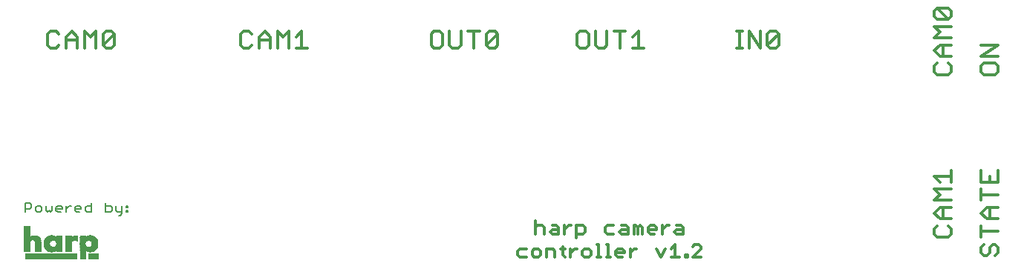
<source format=gbr>
G04 EAGLE Gerber RS-274X export*
G75*
%MOMM*%
%FSLAX34Y34*%
%LPD*%
%INSilkscreen Top*%
%IPPOS*%
%AMOC8*
5,1,8,0,0,1.08239X$1,22.5*%
G01*
%ADD10C,0.355600*%
%ADD11R,0.631700X0.011488*%
%ADD12R,5.973000X0.011488*%
%ADD13R,5.973000X0.011475*%
%ADD14R,0.631700X0.011475*%
%ADD15R,1.114200X0.011475*%
%ADD16R,1.114200X0.011488*%
%ADD17R,5.973000X0.011481*%
%ADD18R,0.631700X0.011481*%
%ADD19R,1.114200X0.011481*%
%ADD20R,0.149400X0.011488*%
%ADD21R,0.149300X0.011488*%
%ADD22R,0.034400X0.011488*%
%ADD23R,0.057400X0.011488*%
%ADD24R,0.046000X0.011488*%
%ADD25R,0.034500X0.011488*%
%ADD26R,0.321700X0.011481*%
%ADD27R,0.321600X0.011481*%
%ADD28R,0.022900X0.011481*%
%ADD29R,0.023000X0.011481*%
%ADD30R,0.425000X0.011488*%
%ADD31R,0.023000X0.011488*%
%ADD32R,0.011500X0.011488*%
%ADD33R,0.022900X0.011488*%
%ADD34R,0.505400X0.011488*%
%ADD35R,0.011400X0.011488*%
%ADD36R,0.574300X0.011475*%
%ADD37R,0.574400X0.011475*%
%ADD38R,0.011500X0.011475*%
%ADD39R,0.022900X0.011475*%
%ADD40R,0.620300X0.011488*%
%ADD41R,0.631800X0.011488*%
%ADD42R,0.620200X0.011488*%
%ADD43R,0.677700X0.011488*%
%ADD44R,0.689200X0.011488*%
%ADD45R,0.620300X0.011475*%
%ADD46R,0.723600X0.011475*%
%ADD47R,0.631800X0.011475*%
%ADD48R,0.620200X0.011475*%
%ADD49R,0.746600X0.011475*%
%ADD50R,0.011400X0.011475*%
%ADD51R,0.769600X0.011488*%
%ADD52R,0.781000X0.011488*%
%ADD53R,0.620300X0.011481*%
%ADD54R,0.815600X0.011481*%
%ADD55R,0.631800X0.011481*%
%ADD56R,0.620200X0.011481*%
%ADD57R,0.815500X0.011481*%
%ADD58R,0.011500X0.011481*%
%ADD59R,0.011400X0.011481*%
%ADD60R,0.838500X0.011488*%
%ADD61R,0.861500X0.011488*%
%ADD62R,0.884400X0.011488*%
%ADD63R,0.896000X0.011488*%
%ADD64R,0.918900X0.011481*%
%ADD65R,0.930400X0.011481*%
%ADD66R,0.941900X0.011488*%
%ADD67R,0.964900X0.011488*%
%ADD68R,0.976400X0.011488*%
%ADD69R,0.987800X0.011488*%
%ADD70R,0.999300X0.011475*%
%ADD71R,1.010800X0.011475*%
%ADD72R,1.022300X0.011488*%
%ADD73R,1.045300X0.011488*%
%ADD74R,1.068200X0.011488*%
%ADD75R,1.079700X0.011475*%
%ADD76R,1.091200X0.011475*%
%ADD77R,1.102700X0.011488*%
%ADD78R,1.125700X0.011488*%
%ADD79R,1.768900X0.011488*%
%ADD80R,1.137100X0.011481*%
%ADD81R,1.780400X0.011481*%
%ADD82R,1.791900X0.011488*%
%ADD83R,1.803400X0.011488*%
%ADD84R,1.814800X0.011488*%
%ADD85R,1.814900X0.011481*%
%ADD86R,1.826300X0.011481*%
%ADD87R,1.826400X0.011488*%
%ADD88R,1.826300X0.011488*%
%ADD89R,1.837900X0.011475*%
%ADD90R,1.837800X0.011475*%
%ADD91R,1.849400X0.011488*%
%ADD92R,1.849300X0.011488*%
%ADD93R,1.860800X0.011488*%
%ADD94R,1.860800X0.011475*%
%ADD95R,1.872300X0.011475*%
%ADD96R,1.872300X0.011488*%
%ADD97R,1.883800X0.011488*%
%ADD98R,1.895300X0.011488*%
%ADD99R,1.895300X0.011481*%
%ADD100R,1.906800X0.011488*%
%ADD101R,1.906700X0.011488*%
%ADD102R,1.918200X0.011488*%
%ADD103R,1.918300X0.011481*%
%ADD104R,1.918200X0.011481*%
%ADD105R,1.929800X0.011488*%
%ADD106R,1.929700X0.011488*%
%ADD107R,1.941300X0.011481*%
%ADD108R,1.941200X0.011481*%
%ADD109R,1.941300X0.011488*%
%ADD110R,1.952700X0.011488*%
%ADD111R,1.952700X0.011475*%
%ADD112R,1.964200X0.011475*%
%ADD113R,1.964200X0.011488*%
%ADD114R,1.975700X0.011488*%
%ADD115R,1.975700X0.011475*%
%ADD116R,1.987100X0.011488*%
%ADD117R,1.987200X0.011481*%
%ADD118R,1.987100X0.011481*%
%ADD119R,0.907400X0.011488*%
%ADD120R,0.930400X0.011488*%
%ADD121R,0.895900X0.011488*%
%ADD122R,0.057500X0.011488*%
%ADD123R,0.850000X0.011488*%
%ADD124R,0.827000X0.011481*%
%ADD125R,0.861500X0.011481*%
%ADD126R,0.850000X0.011481*%
%ADD127R,0.804100X0.011488*%
%ADD128R,0.838600X0.011488*%
%ADD129R,0.827000X0.011488*%
%ADD130R,0.804000X0.011488*%
%ADD131R,0.792600X0.011488*%
%ADD132R,0.815600X0.011488*%
%ADD133R,0.815500X0.011488*%
%ADD134R,0.792500X0.011488*%
%ADD135R,0.781100X0.011475*%
%ADD136R,0.792600X0.011475*%
%ADD137R,0.769600X0.011475*%
%ADD138R,0.781100X0.011488*%
%ADD139R,0.758100X0.011488*%
%ADD140R,0.746700X0.011475*%
%ADD141R,0.735100X0.011475*%
%ADD142R,0.746600X0.011488*%
%ADD143R,0.735200X0.011488*%
%ADD144R,0.735100X0.011488*%
%ADD145R,0.723700X0.011488*%
%ADD146R,0.723600X0.011488*%
%ADD147R,0.723600X0.011481*%
%ADD148R,0.712200X0.011481*%
%ADD149R,0.712100X0.011481*%
%ADD150R,0.723700X0.011481*%
%ADD151R,0.712100X0.011488*%
%ADD152R,0.700700X0.011488*%
%ADD153R,0.712200X0.011488*%
%ADD154R,0.700600X0.011488*%
%ADD155R,0.689200X0.011481*%
%ADD156R,0.700700X0.011481*%
%ADD157R,0.689200X0.011475*%
%ADD158R,0.666300X0.011475*%
%ADD159R,0.666200X0.011475*%
%ADD160R,0.666300X0.011488*%
%ADD161R,0.666200X0.011488*%
%ADD162R,0.654800X0.011488*%
%ADD163R,0.654700X0.011488*%
%ADD164R,0.677700X0.011475*%
%ADD165R,0.654800X0.011475*%
%ADD166R,0.654700X0.011475*%
%ADD167R,0.643300X0.011488*%
%ADD168R,0.643200X0.011488*%
%ADD169R,0.666200X0.011481*%
%ADD170R,0.666300X0.011481*%
%ADD171R,0.654700X0.011481*%
%ADD172R,0.654800X0.011481*%
%ADD173R,0.608800X0.011488*%
%ADD174R,0.608800X0.011475*%
%ADD175R,0.608800X0.011481*%
%ADD176R,0.643200X0.011481*%
%ADD177R,0.643200X0.011475*%
%ADD178R,0.643300X0.011481*%
%ADD179R,0.677700X0.011481*%
%ADD180R,0.700600X0.011475*%
%ADD181R,0.712100X0.011475*%
%ADD182R,0.700700X0.011475*%
%ADD183R,0.735100X0.011481*%
%ADD184R,0.769600X0.011481*%
%ADD185R,0.746700X0.011488*%
%ADD186R,0.758100X0.011481*%
%ADD187R,0.861400X0.011488*%
%ADD188R,0.068900X0.011488*%
%ADD189R,0.792600X0.011481*%
%ADD190R,0.895900X0.011481*%
%ADD191R,0.103400X0.011481*%
%ADD192R,0.792500X0.011481*%
%ADD193R,1.045200X0.011488*%
%ADD194R,0.252700X0.011488*%
%ADD195R,0.861500X0.011475*%
%ADD196R,0.896000X0.011475*%
%ADD197R,1.320900X0.011475*%
%ADD198R,0.895900X0.011475*%
%ADD199R,0.023000X0.011475*%
%ADD200R,1.320900X0.011488*%
%ADD201R,1.987200X0.011488*%
%ADD202R,0.838500X0.011475*%
%ADD203R,0.792500X0.011475*%
%ADD204R,1.987200X0.011475*%
%ADD205R,0.884500X0.011488*%
%ADD206R,0.045900X0.011488*%
%ADD207R,1.837800X0.011481*%
%ADD208R,1.975700X0.011481*%
%ADD209R,1.320900X0.011481*%
%ADD210R,1.964200X0.011481*%
%ADD211R,1.837800X0.011488*%
%ADD212R,1.952700X0.011481*%
%ADD213R,1.941200X0.011488*%
%ADD214R,1.826400X0.011475*%
%ADD215R,1.929800X0.011475*%
%ADD216R,1.929700X0.011475*%
%ADD217R,1.814900X0.011488*%
%ADD218R,1.918300X0.011488*%
%ADD219R,1.814900X0.011475*%
%ADD220R,1.906800X0.011475*%
%ADD221R,1.906700X0.011475*%
%ADD222R,1.791900X0.011481*%
%ADD223R,1.883800X0.011481*%
%ADD224R,1.780400X0.011488*%
%ADD225R,1.860800X0.011481*%
%ADD226R,1.768900X0.011475*%
%ADD227R,1.757400X0.011488*%
%ADD228R,1.114100X0.011475*%
%ADD229R,1.803400X0.011475*%
%ADD230R,1.091300X0.011488*%
%ADD231R,1.068300X0.011488*%
%ADD232R,1.137200X0.011488*%
%ADD233R,1.045300X0.011481*%
%ADD234R,1.769000X0.011481*%
%ADD235R,1.033800X0.011488*%
%ADD236R,0.597300X0.011488*%
%ADD237R,1.010800X0.011488*%
%ADD238R,1.091200X0.011488*%
%ADD239R,0.585800X0.011488*%
%ADD240R,0.987800X0.011481*%
%ADD241R,1.068200X0.011481*%
%ADD242R,0.574300X0.011481*%
%ADD243R,0.964800X0.011488*%
%ADD244R,0.562800X0.011488*%
%ADD245R,0.941800X0.011488*%
%ADD246R,0.551300X0.011488*%
%ADD247R,0.999300X0.011488*%
%ADD248R,0.907500X0.011481*%
%ADD249R,0.987900X0.011481*%
%ADD250R,0.539900X0.011481*%
%ADD251R,0.964900X0.011481*%
%ADD252R,0.953400X0.011488*%
%ADD253R,0.528400X0.011488*%
%ADD254R,0.907500X0.011488*%
%ADD255R,0.815500X0.011475*%
%ADD256R,0.884400X0.011475*%
%ADD257R,0.493900X0.011475*%
%ADD258R,0.873000X0.011475*%
%ADD259R,0.470900X0.011488*%
%ADD260R,0.448000X0.011488*%
%ADD261R,0.425000X0.011475*%
%ADD262R,0.402000X0.011488*%
%ADD263R,0.608700X0.011481*%
%ADD264R,0.689100X0.011481*%
%ADD265R,0.367600X0.011481*%
%ADD266R,0.551400X0.011488*%
%ADD267R,0.333100X0.011488*%
%ADD268R,0.482400X0.011488*%
%ADD269R,0.574300X0.011488*%
%ADD270R,0.287200X0.011488*%
%ADD271R,0.562900X0.011488*%
%ADD272R,0.402100X0.011481*%
%ADD273R,0.493900X0.011481*%
%ADD274R,0.229700X0.011481*%
%ADD275R,0.482400X0.011481*%
%ADD276R,0.264100X0.011488*%
%ADD277R,0.413500X0.011488*%
%ADD278R,0.402100X0.011488*%
%ADD279R,0.310200X0.011488*%
%ADD280R,0.298600X0.011488*%
%ADD281R,0.091900X0.011475*%
%ADD282R,0.057400X0.011475*%
%ADD283R,0.068900X0.011475*%
%ADD284R,0.057500X0.011475*%
%ADD285C,0.203200*%
%ADD286C,0.330200*%


D10*
X155260Y289318D02*
X152040Y292539D01*
X145600Y292539D01*
X142380Y289318D01*
X142380Y276438D01*
X145600Y273218D01*
X152040Y273218D01*
X155260Y276438D01*
X163429Y273218D02*
X163429Y286098D01*
X169869Y292539D01*
X176309Y286098D01*
X176309Y273218D01*
X176309Y282878D02*
X163429Y282878D01*
X184478Y273218D02*
X184478Y292539D01*
X190918Y286098D01*
X197358Y292539D01*
X197358Y273218D01*
X205527Y276438D02*
X205527Y289318D01*
X208747Y292539D01*
X215187Y292539D01*
X218408Y289318D01*
X218408Y276438D01*
X215187Y273218D01*
X208747Y273218D01*
X205527Y276438D01*
X218408Y289318D01*
X927856Y273218D02*
X934296Y273218D01*
X931076Y273218D02*
X931076Y292539D01*
X927856Y292539D02*
X934296Y292539D01*
X941889Y292539D02*
X941889Y273218D01*
X954769Y273218D02*
X941889Y292539D01*
X954769Y292539D02*
X954769Y273218D01*
X962938Y276438D02*
X962938Y289318D01*
X966158Y292539D01*
X972599Y292539D01*
X975819Y289318D01*
X975819Y276438D01*
X972599Y273218D01*
X966158Y273218D01*
X962938Y276438D01*
X975819Y289318D01*
X375260Y289318D02*
X372040Y292539D01*
X365600Y292539D01*
X362380Y289318D01*
X362380Y276438D01*
X365600Y273218D01*
X372040Y273218D01*
X375260Y276438D01*
X383429Y273218D02*
X383429Y286098D01*
X389869Y292539D01*
X396309Y286098D01*
X396309Y273218D01*
X396309Y282878D02*
X383429Y282878D01*
X404478Y273218D02*
X404478Y292539D01*
X410918Y286098D01*
X417358Y292539D01*
X417358Y273218D01*
X425527Y286098D02*
X431967Y292539D01*
X431967Y273218D01*
X425527Y273218D02*
X438408Y273218D01*
X582796Y292539D02*
X589236Y292539D01*
X582796Y292539D02*
X579576Y289318D01*
X579576Y276438D01*
X582796Y273218D01*
X589236Y273218D01*
X592456Y276438D01*
X592456Y289318D01*
X589236Y292539D01*
X600625Y292539D02*
X600625Y276438D01*
X603845Y273218D01*
X610285Y273218D01*
X613505Y276438D01*
X613505Y292539D01*
X628114Y292539D02*
X628114Y273218D01*
X621674Y292539D02*
X634554Y292539D01*
X642723Y289318D02*
X642723Y276438D01*
X642723Y289318D02*
X645943Y292539D01*
X652383Y292539D01*
X655603Y289318D01*
X655603Y276438D01*
X652383Y273218D01*
X645943Y273218D01*
X642723Y276438D01*
X655603Y289318D01*
X749404Y292539D02*
X755844Y292539D01*
X749404Y292539D02*
X746184Y289318D01*
X746184Y276438D01*
X749404Y273218D01*
X755844Y273218D01*
X759064Y276438D01*
X759064Y289318D01*
X755844Y292539D01*
X767233Y292539D02*
X767233Y276438D01*
X770453Y273218D01*
X776893Y273218D01*
X780113Y276438D01*
X780113Y292539D01*
X794722Y292539D02*
X794722Y273218D01*
X788282Y292539D02*
X801162Y292539D01*
X809331Y286098D02*
X815771Y292539D01*
X815771Y273218D01*
X809331Y273218D02*
X822211Y273218D01*
X1206792Y46102D02*
X1210012Y49322D01*
X1206792Y46102D02*
X1206792Y39662D01*
X1210012Y36442D01*
X1213232Y36442D01*
X1216452Y39662D01*
X1216452Y46102D01*
X1219672Y49322D01*
X1222892Y49322D01*
X1226112Y46102D01*
X1226112Y39662D01*
X1222892Y36442D01*
X1226112Y63931D02*
X1206792Y63931D01*
X1206792Y57491D02*
X1206792Y70372D01*
X1213232Y78540D02*
X1226112Y78540D01*
X1213232Y78540D02*
X1206792Y84981D01*
X1213232Y91421D01*
X1226112Y91421D01*
X1216452Y91421D02*
X1216452Y78540D01*
X1226112Y106030D02*
X1206792Y106030D01*
X1206792Y99590D02*
X1206792Y112470D01*
X1206792Y120639D02*
X1206792Y133519D01*
X1206792Y120639D02*
X1226112Y120639D01*
X1226112Y133519D01*
X1216452Y127079D02*
X1216452Y120639D01*
X1206792Y246508D02*
X1206792Y252948D01*
X1206792Y246508D02*
X1210012Y243288D01*
X1222892Y243288D01*
X1226112Y246508D01*
X1226112Y252948D01*
X1222892Y256168D01*
X1210012Y256168D01*
X1206792Y252948D01*
X1206792Y264337D02*
X1226112Y264337D01*
X1226112Y277218D02*
X1206792Y264337D01*
X1206792Y277218D02*
X1226112Y277218D01*
X1156672Y70372D02*
X1153452Y67152D01*
X1153452Y60711D01*
X1156672Y57491D01*
X1169552Y57491D01*
X1172772Y60711D01*
X1172772Y67152D01*
X1169552Y70372D01*
X1172772Y78540D02*
X1159892Y78540D01*
X1153452Y84981D01*
X1159892Y91421D01*
X1172772Y91421D01*
X1163112Y91421D02*
X1163112Y78540D01*
X1172772Y99590D02*
X1153452Y99590D01*
X1159892Y106030D01*
X1153452Y112470D01*
X1172772Y112470D01*
X1159892Y120639D02*
X1153452Y127079D01*
X1172772Y127079D01*
X1172772Y120639D02*
X1172772Y133519D01*
X1153452Y252948D02*
X1156672Y256168D01*
X1153452Y252948D02*
X1153452Y246508D01*
X1156672Y243288D01*
X1169552Y243288D01*
X1172772Y246508D01*
X1172772Y252948D01*
X1169552Y256168D01*
X1172772Y264337D02*
X1159892Y264337D01*
X1153452Y270777D01*
X1159892Y277218D01*
X1172772Y277218D01*
X1163112Y277218D02*
X1163112Y264337D01*
X1172772Y285386D02*
X1153452Y285386D01*
X1159892Y291827D01*
X1153452Y298267D01*
X1172772Y298267D01*
X1169552Y306436D02*
X1156672Y306436D01*
X1153452Y309656D01*
X1153452Y316096D01*
X1156672Y319316D01*
X1169552Y319316D01*
X1172772Y316096D01*
X1172772Y309656D01*
X1169552Y306436D01*
X1156672Y319316D01*
D11*
X182473Y31845D03*
D12*
X146118Y31960D03*
D11*
X182473Y31960D03*
D13*
X146118Y32075D03*
D14*
X182473Y32075D03*
D15*
X194648Y32075D03*
D12*
X146118Y32190D03*
D11*
X182473Y32190D03*
D16*
X194648Y32190D03*
D12*
X146118Y32305D03*
D11*
X182473Y32305D03*
D16*
X194648Y32305D03*
D13*
X146118Y32420D03*
D14*
X182473Y32420D03*
D15*
X194648Y32420D03*
D12*
X146118Y32534D03*
D11*
X182473Y32534D03*
D16*
X194648Y32534D03*
D17*
X146118Y32649D03*
D18*
X182473Y32649D03*
D19*
X194648Y32649D03*
D12*
X146118Y32764D03*
D11*
X182473Y32764D03*
D16*
X194648Y32764D03*
D12*
X146118Y32879D03*
D11*
X182473Y32879D03*
D16*
X194648Y32879D03*
D17*
X146118Y32994D03*
D18*
X182473Y32994D03*
D19*
X194648Y32994D03*
D12*
X146118Y33109D03*
D11*
X182473Y33109D03*
D16*
X194648Y33109D03*
D12*
X146118Y33224D03*
D11*
X182473Y33224D03*
D16*
X194648Y33224D03*
D13*
X146118Y33339D03*
D14*
X182473Y33339D03*
D15*
X194648Y33339D03*
D12*
X146118Y33453D03*
D11*
X182473Y33453D03*
D16*
X194648Y33453D03*
D12*
X146118Y33568D03*
D11*
X182473Y33568D03*
D16*
X194648Y33568D03*
D13*
X146118Y33683D03*
D14*
X182473Y33683D03*
D15*
X194648Y33683D03*
D12*
X146118Y33798D03*
D11*
X182473Y33798D03*
D16*
X194648Y33798D03*
D12*
X146118Y33913D03*
D11*
X182473Y33913D03*
D16*
X194648Y33913D03*
D17*
X146118Y34028D03*
D18*
X182473Y34028D03*
D19*
X194648Y34028D03*
D12*
X146118Y34143D03*
D11*
X182473Y34143D03*
D16*
X194648Y34143D03*
D12*
X146118Y34257D03*
D11*
X182473Y34257D03*
D16*
X194648Y34257D03*
D17*
X146118Y34372D03*
D18*
X182473Y34372D03*
D19*
X194648Y34372D03*
D12*
X146118Y34487D03*
D11*
X182473Y34487D03*
D16*
X194648Y34487D03*
D13*
X146118Y34602D03*
D14*
X182473Y34602D03*
D15*
X194648Y34602D03*
D12*
X146118Y34717D03*
D11*
X182473Y34717D03*
D16*
X194648Y34717D03*
D12*
X146118Y34832D03*
D11*
X182473Y34832D03*
D16*
X194648Y34832D03*
D13*
X146118Y34947D03*
D14*
X182473Y34947D03*
D15*
X194648Y34947D03*
D12*
X146118Y35061D03*
D11*
X182473Y35061D03*
D16*
X194648Y35061D03*
D12*
X146118Y35176D03*
D11*
X182473Y35176D03*
D16*
X194648Y35176D03*
D17*
X146118Y35291D03*
D18*
X182473Y35291D03*
D19*
X194648Y35291D03*
D12*
X146118Y35406D03*
D11*
X182473Y35406D03*
D16*
X194648Y35406D03*
D12*
X146118Y35521D03*
D11*
X182473Y35521D03*
D16*
X194648Y35521D03*
D17*
X146118Y35636D03*
D18*
X182473Y35636D03*
D19*
X194648Y35636D03*
D12*
X146118Y35751D03*
D11*
X182473Y35751D03*
D16*
X194648Y35751D03*
D12*
X146118Y35866D03*
D11*
X182473Y35866D03*
D16*
X194648Y35866D03*
D17*
X146118Y35980D03*
D18*
X182473Y35980D03*
D19*
X194648Y35980D03*
D12*
X146118Y36095D03*
D11*
X182473Y36095D03*
D16*
X194648Y36095D03*
D12*
X146118Y36210D03*
D11*
X182473Y36210D03*
D16*
X194648Y36210D03*
D13*
X146118Y36325D03*
D14*
X182473Y36325D03*
D15*
X194648Y36325D03*
D12*
X146118Y36440D03*
D11*
X182473Y36440D03*
D16*
X194648Y36440D03*
D12*
X146118Y36555D03*
D11*
X182473Y36555D03*
D16*
X194648Y36555D03*
D13*
X146118Y36670D03*
D14*
X182473Y36670D03*
D15*
X194648Y36670D03*
D12*
X146118Y36784D03*
D11*
X182473Y36784D03*
D16*
X194648Y36784D03*
D17*
X146118Y36899D03*
D18*
X182473Y36899D03*
D19*
X194648Y36899D03*
D12*
X146118Y37014D03*
D11*
X182473Y37014D03*
D16*
X194648Y37014D03*
D12*
X146118Y37129D03*
D11*
X182473Y37129D03*
D16*
X194648Y37129D03*
D17*
X146118Y37244D03*
D18*
X182473Y37244D03*
D19*
X194648Y37244D03*
D12*
X146118Y37359D03*
D11*
X182473Y37359D03*
D16*
X194648Y37359D03*
D12*
X146118Y37474D03*
D11*
X182473Y37474D03*
D16*
X194648Y37474D03*
D13*
X146118Y37589D03*
D14*
X182473Y37589D03*
D15*
X194648Y37589D03*
D11*
X182473Y37703D03*
D16*
X194648Y37703D03*
D12*
X146118Y37703D03*
D11*
X182473Y37818D03*
D16*
X194648Y37818D03*
D14*
X182473Y37933D03*
D11*
X182473Y38048D03*
X182473Y38163D03*
D18*
X182473Y38278D03*
D11*
X182473Y38393D03*
X182473Y38507D03*
D18*
X182473Y38622D03*
D11*
X182473Y38737D03*
D14*
X182473Y38852D03*
D11*
X182473Y38967D03*
X182473Y39082D03*
D14*
X182473Y39197D03*
D11*
X182473Y39311D03*
X182473Y39426D03*
D18*
X182473Y39541D03*
D11*
X182473Y39656D03*
X182473Y39771D03*
D18*
X182473Y39886D03*
D11*
X182473Y40001D03*
D20*
X147209Y40116D03*
D11*
X182473Y40116D03*
D21*
X191203Y40116D03*
D22*
X146290Y40116D03*
D23*
X148243Y40116D03*
D24*
X190226Y40116D03*
D25*
X192122Y40116D03*
D26*
X147267Y40230D03*
D18*
X182473Y40230D03*
D27*
X191145Y40230D03*
D28*
X145544Y40230D03*
X148990Y40230D03*
D29*
X189422Y40230D03*
X192868Y40230D03*
D30*
X147324Y40345D03*
D11*
X182473Y40345D03*
D30*
X191202Y40345D03*
D31*
X145084Y40345D03*
D32*
X149507Y40345D03*
D33*
X188963Y40345D03*
D32*
X193385Y40345D03*
D34*
X147267Y40460D03*
D11*
X182473Y40460D03*
D34*
X191145Y40460D03*
D32*
X144683Y40460D03*
D35*
X149851Y40460D03*
D32*
X188561Y40460D03*
D31*
X193787Y40460D03*
D36*
X147267Y40575D03*
D14*
X182473Y40575D03*
D37*
X191145Y40575D03*
D38*
X144338Y40575D03*
X150196Y40575D03*
X188216Y40575D03*
D39*
X194132Y40575D03*
D40*
X119355Y40690D03*
X131760Y40690D03*
X147267Y40690D03*
D41*
X155939Y40690D03*
D42*
X166449Y40690D03*
D11*
X182473Y40690D03*
X191203Y40690D03*
D32*
X116196Y40690D03*
X122514Y40690D03*
D35*
X128601Y40690D03*
D32*
X144108Y40690D03*
X150426Y40690D03*
X163291Y40690D03*
X169608Y40690D03*
X187987Y40690D03*
X194419Y40690D03*
D40*
X119355Y40805D03*
X131760Y40805D03*
D43*
X147210Y40805D03*
D41*
X155939Y40805D03*
D42*
X166449Y40805D03*
D11*
X182473Y40805D03*
D44*
X191145Y40805D03*
D32*
X116196Y40805D03*
X122514Y40805D03*
D35*
X128601Y40805D03*
D32*
X143764Y40805D03*
D35*
X150655Y40805D03*
D32*
X163291Y40805D03*
X169608Y40805D03*
X187642Y40805D03*
X194649Y40805D03*
D45*
X119355Y40920D03*
X131760Y40920D03*
D46*
X147209Y40920D03*
D47*
X155939Y40920D03*
D48*
X166449Y40920D03*
D14*
X182473Y40920D03*
D49*
X191202Y40920D03*
D38*
X116196Y40920D03*
X122514Y40920D03*
D50*
X128601Y40920D03*
D38*
X143534Y40920D03*
X150885Y40920D03*
X163291Y40920D03*
X169608Y40920D03*
D40*
X119355Y41034D03*
X131760Y41034D03*
D51*
X147209Y41034D03*
D41*
X155939Y41034D03*
D42*
X166449Y41034D03*
D11*
X182473Y41034D03*
D52*
X191145Y41034D03*
D32*
X116196Y41034D03*
X122514Y41034D03*
D35*
X128601Y41034D03*
D32*
X143304Y41034D03*
X151115Y41034D03*
X163291Y41034D03*
X169608Y41034D03*
X195108Y41034D03*
D53*
X119355Y41149D03*
X131760Y41149D03*
D54*
X147209Y41149D03*
D55*
X155939Y41149D03*
D56*
X166449Y41149D03*
D18*
X182473Y41149D03*
D57*
X191203Y41149D03*
D58*
X116196Y41149D03*
X122514Y41149D03*
D59*
X128601Y41149D03*
D58*
X163291Y41149D03*
X169608Y41149D03*
X187068Y41149D03*
X195338Y41149D03*
D40*
X119355Y41264D03*
X131760Y41264D03*
D60*
X147210Y41264D03*
D41*
X155939Y41264D03*
D42*
X166449Y41264D03*
D11*
X182473Y41264D03*
D61*
X191203Y41264D03*
D32*
X116196Y41264D03*
X122514Y41264D03*
D35*
X128601Y41264D03*
D32*
X142960Y41264D03*
X151460Y41264D03*
X163291Y41264D03*
X169608Y41264D03*
X195568Y41264D03*
D40*
X119355Y41379D03*
X131760Y41379D03*
D62*
X147209Y41379D03*
D41*
X155939Y41379D03*
D42*
X166449Y41379D03*
D11*
X182473Y41379D03*
D63*
X191260Y41379D03*
D32*
X116196Y41379D03*
X122514Y41379D03*
D35*
X128601Y41379D03*
D32*
X142730Y41379D03*
X163291Y41379D03*
X169608Y41379D03*
X186723Y41379D03*
D53*
X119355Y41494D03*
X131760Y41494D03*
D64*
X147152Y41494D03*
D55*
X155939Y41494D03*
D56*
X166449Y41494D03*
D18*
X182473Y41494D03*
D65*
X191202Y41494D03*
D58*
X116196Y41494D03*
X122514Y41494D03*
D59*
X128601Y41494D03*
D58*
X163291Y41494D03*
X169608Y41494D03*
X195912Y41494D03*
D40*
X119355Y41609D03*
X131760Y41609D03*
D66*
X147152Y41609D03*
D41*
X155939Y41609D03*
D42*
X166449Y41609D03*
D11*
X182473Y41609D03*
D67*
X191260Y41609D03*
D32*
X116196Y41609D03*
X122514Y41609D03*
D35*
X128601Y41609D03*
D32*
X142385Y41609D03*
X163291Y41609D03*
X169608Y41609D03*
D40*
X119355Y41724D03*
X131760Y41724D03*
D68*
X147094Y41724D03*
D41*
X155939Y41724D03*
D42*
X166449Y41724D03*
D11*
X182473Y41724D03*
D69*
X191260Y41724D03*
D32*
X116196Y41724D03*
X122514Y41724D03*
D35*
X128601Y41724D03*
D32*
X163291Y41724D03*
X169608Y41724D03*
X186264Y41724D03*
X196257Y41724D03*
D45*
X119355Y41839D03*
X131760Y41839D03*
D70*
X147095Y41839D03*
D47*
X155939Y41839D03*
D48*
X166449Y41839D03*
D14*
X182473Y41839D03*
D71*
X191260Y41839D03*
D38*
X116196Y41839D03*
X122514Y41839D03*
D50*
X128601Y41839D03*
D38*
X163291Y41839D03*
X169608Y41839D03*
X186149Y41839D03*
X196372Y41839D03*
D40*
X119355Y41953D03*
X131760Y41953D03*
D72*
X147095Y41953D03*
D41*
X155939Y41953D03*
D42*
X166449Y41953D03*
D11*
X182473Y41953D03*
D73*
X191318Y41953D03*
D32*
X116196Y41953D03*
X122514Y41953D03*
D35*
X128601Y41953D03*
D32*
X141926Y41953D03*
X163291Y41953D03*
X169608Y41953D03*
X186034Y41953D03*
D40*
X119355Y42068D03*
X131760Y42068D03*
D73*
X147095Y42068D03*
D41*
X155939Y42068D03*
D42*
X166449Y42068D03*
D11*
X182473Y42068D03*
D74*
X191317Y42068D03*
D32*
X116196Y42068D03*
X122514Y42068D03*
D35*
X128601Y42068D03*
D32*
X141811Y42068D03*
X163291Y42068D03*
X169608Y42068D03*
X185919Y42068D03*
X196716Y42068D03*
D45*
X119355Y42183D03*
X131760Y42183D03*
D75*
X147037Y42183D03*
D47*
X155939Y42183D03*
D48*
X166449Y42183D03*
D14*
X182473Y42183D03*
D76*
X191317Y42183D03*
D38*
X116196Y42183D03*
X122514Y42183D03*
D50*
X128601Y42183D03*
D38*
X163291Y42183D03*
X169608Y42183D03*
X185804Y42183D03*
X196831Y42183D03*
D40*
X119355Y42298D03*
X131760Y42298D03*
D77*
X147037Y42298D03*
D41*
X155939Y42298D03*
D42*
X166449Y42298D03*
D11*
X182473Y42298D03*
D16*
X191317Y42298D03*
D32*
X116196Y42298D03*
X122514Y42298D03*
D35*
X128601Y42298D03*
D32*
X163291Y42298D03*
X169608Y42298D03*
X185689Y42298D03*
X196946Y42298D03*
D40*
X119355Y42413D03*
X131760Y42413D03*
D78*
X147037Y42413D03*
D41*
X155939Y42413D03*
D42*
X166449Y42413D03*
D79*
X188159Y42413D03*
D32*
X116196Y42413D03*
X122514Y42413D03*
D35*
X128601Y42413D03*
D32*
X163291Y42413D03*
X169608Y42413D03*
X197061Y42413D03*
D53*
X119355Y42528D03*
X131760Y42528D03*
D80*
X146980Y42528D03*
D55*
X155939Y42528D03*
D56*
X166449Y42528D03*
D81*
X188216Y42528D03*
D58*
X116196Y42528D03*
X122514Y42528D03*
D59*
X128601Y42528D03*
D58*
X152723Y42528D03*
X163291Y42528D03*
X169608Y42528D03*
X197176Y42528D03*
D40*
X119355Y42643D03*
X131760Y42643D03*
D82*
X150139Y42643D03*
D42*
X166449Y42643D03*
D83*
X188331Y42643D03*
D32*
X116196Y42643D03*
X122514Y42643D03*
D35*
X128601Y42643D03*
D32*
X163291Y42643D03*
X169608Y42643D03*
D40*
X119355Y42757D03*
X131760Y42757D03*
D83*
X150081Y42757D03*
D42*
X166449Y42757D03*
D84*
X188388Y42757D03*
D32*
X116196Y42757D03*
X122514Y42757D03*
D35*
X128601Y42757D03*
D32*
X163291Y42757D03*
X169608Y42757D03*
D53*
X119355Y42872D03*
X131760Y42872D03*
D85*
X150024Y42872D03*
D56*
X166449Y42872D03*
D86*
X188446Y42872D03*
D58*
X116196Y42872D03*
X122514Y42872D03*
D59*
X128601Y42872D03*
D58*
X163291Y42872D03*
X169608Y42872D03*
D40*
X119355Y42987D03*
X131760Y42987D03*
D87*
X149966Y42987D03*
D42*
X166449Y42987D03*
D88*
X188446Y42987D03*
D32*
X116196Y42987D03*
X122514Y42987D03*
D35*
X128601Y42987D03*
D32*
X163291Y42987D03*
X169608Y42987D03*
X197635Y42987D03*
D45*
X119355Y43102D03*
X131760Y43102D03*
D89*
X149909Y43102D03*
D48*
X166449Y43102D03*
D90*
X188503Y43102D03*
D38*
X116196Y43102D03*
X122514Y43102D03*
D50*
X128601Y43102D03*
D38*
X163291Y43102D03*
X169608Y43102D03*
X197750Y43102D03*
D40*
X119355Y43217D03*
X131760Y43217D03*
D91*
X149851Y43217D03*
D42*
X166449Y43217D03*
D92*
X188561Y43217D03*
D32*
X116196Y43217D03*
X122514Y43217D03*
D35*
X128601Y43217D03*
D32*
X163291Y43217D03*
X169608Y43217D03*
X197865Y43217D03*
D40*
X119355Y43332D03*
X131760Y43332D03*
D93*
X149794Y43332D03*
D42*
X166449Y43332D03*
D93*
X188618Y43332D03*
D32*
X116196Y43332D03*
X122514Y43332D03*
D35*
X128601Y43332D03*
D32*
X163291Y43332D03*
X169608Y43332D03*
D45*
X119355Y43447D03*
X131760Y43447D03*
D94*
X149794Y43447D03*
D48*
X166449Y43447D03*
D95*
X188676Y43447D03*
D38*
X116196Y43447D03*
X122514Y43447D03*
D50*
X128601Y43447D03*
D38*
X140433Y43447D03*
X163291Y43447D03*
X169608Y43447D03*
D40*
X119355Y43561D03*
X131760Y43561D03*
D96*
X149737Y43561D03*
D42*
X166449Y43561D03*
D97*
X188733Y43561D03*
D32*
X116196Y43561D03*
X122514Y43561D03*
D35*
X128601Y43561D03*
D32*
X140318Y43561D03*
X163291Y43561D03*
X169608Y43561D03*
D40*
X119355Y43676D03*
X131760Y43676D03*
D97*
X149679Y43676D03*
D42*
X166449Y43676D03*
D98*
X188791Y43676D03*
D32*
X116196Y43676D03*
X122514Y43676D03*
D35*
X128601Y43676D03*
D32*
X140203Y43676D03*
X163291Y43676D03*
X169608Y43676D03*
D53*
X119355Y43791D03*
X131760Y43791D03*
D99*
X149622Y43791D03*
D56*
X166449Y43791D03*
D99*
X188791Y43791D03*
D58*
X116196Y43791D03*
X122514Y43791D03*
D59*
X128601Y43791D03*
D58*
X163291Y43791D03*
X169608Y43791D03*
D59*
X198324Y43791D03*
D40*
X119355Y43906D03*
X131760Y43906D03*
D100*
X149564Y43906D03*
D42*
X166449Y43906D03*
D101*
X188848Y43906D03*
D32*
X116196Y43906D03*
X122514Y43906D03*
D35*
X128601Y43906D03*
D32*
X163291Y43906D03*
X169608Y43906D03*
D40*
X119355Y44021D03*
X131760Y44021D03*
D100*
X149564Y44021D03*
D42*
X166449Y44021D03*
D102*
X188905Y44021D03*
D32*
X116196Y44021D03*
X122514Y44021D03*
D35*
X128601Y44021D03*
D32*
X139973Y44021D03*
X163291Y44021D03*
X169608Y44021D03*
D53*
X119355Y44136D03*
X131760Y44136D03*
D103*
X149507Y44136D03*
D56*
X166449Y44136D03*
D104*
X188905Y44136D03*
D58*
X116196Y44136D03*
X122514Y44136D03*
D59*
X128601Y44136D03*
D58*
X163291Y44136D03*
X169608Y44136D03*
X198554Y44136D03*
D40*
X119355Y44251D03*
X131760Y44251D03*
D105*
X149449Y44251D03*
D42*
X166449Y44251D03*
D106*
X188963Y44251D03*
D32*
X116196Y44251D03*
X122514Y44251D03*
D35*
X128601Y44251D03*
D32*
X163291Y44251D03*
X169608Y44251D03*
D40*
X119355Y44366D03*
X131760Y44366D03*
D105*
X149449Y44366D03*
D42*
X166449Y44366D03*
D106*
X188963Y44366D03*
D32*
X116196Y44366D03*
X122514Y44366D03*
D35*
X128601Y44366D03*
D32*
X139743Y44366D03*
X163291Y44366D03*
X169608Y44366D03*
X198669Y44366D03*
D53*
X119355Y44480D03*
X131760Y44480D03*
D107*
X149392Y44480D03*
D56*
X166449Y44480D03*
D108*
X189020Y44480D03*
D58*
X116196Y44480D03*
X122514Y44480D03*
D59*
X128601Y44480D03*
D58*
X163291Y44480D03*
X169608Y44480D03*
X198784Y44480D03*
D40*
X119355Y44595D03*
X131760Y44595D03*
D109*
X149392Y44595D03*
D42*
X166449Y44595D03*
D110*
X189078Y44595D03*
D32*
X116196Y44595D03*
X122514Y44595D03*
D35*
X128601Y44595D03*
X139628Y44595D03*
D32*
X163291Y44595D03*
X169608Y44595D03*
D40*
X119355Y44710D03*
X131760Y44710D03*
D110*
X149335Y44710D03*
D42*
X166449Y44710D03*
D110*
X189078Y44710D03*
D32*
X116196Y44710D03*
X122514Y44710D03*
D35*
X128601Y44710D03*
D32*
X163291Y44710D03*
X169608Y44710D03*
X198899Y44710D03*
D45*
X119355Y44825D03*
X131760Y44825D03*
D111*
X149335Y44825D03*
D48*
X166449Y44825D03*
D112*
X189135Y44825D03*
D38*
X116196Y44825D03*
X122514Y44825D03*
D50*
X128601Y44825D03*
D38*
X139514Y44825D03*
X163291Y44825D03*
X169608Y44825D03*
D40*
X119355Y44940D03*
X131760Y44940D03*
D113*
X149277Y44940D03*
D42*
X166449Y44940D03*
D113*
X189135Y44940D03*
D32*
X116196Y44940D03*
X122514Y44940D03*
D35*
X128601Y44940D03*
D32*
X163291Y44940D03*
X169608Y44940D03*
X199014Y44940D03*
D40*
X119355Y45055D03*
X131760Y45055D03*
D113*
X149277Y45055D03*
D42*
X166449Y45055D03*
D114*
X189193Y45055D03*
D32*
X116196Y45055D03*
X122514Y45055D03*
D35*
X128601Y45055D03*
D32*
X139399Y45055D03*
X163291Y45055D03*
X169608Y45055D03*
D45*
X119355Y45170D03*
X131760Y45170D03*
D115*
X149220Y45170D03*
D48*
X166449Y45170D03*
D115*
X189193Y45170D03*
D38*
X116196Y45170D03*
X122514Y45170D03*
D50*
X128601Y45170D03*
D38*
X163291Y45170D03*
X169608Y45170D03*
D50*
X199128Y45170D03*
D40*
X119355Y45284D03*
X131760Y45284D03*
D114*
X149220Y45284D03*
D42*
X166449Y45284D03*
D116*
X189250Y45284D03*
D32*
X116196Y45284D03*
X122514Y45284D03*
D35*
X128601Y45284D03*
D32*
X139284Y45284D03*
X163291Y45284D03*
X169608Y45284D03*
D53*
X119355Y45399D03*
X131760Y45399D03*
D117*
X149162Y45399D03*
D56*
X166449Y45399D03*
D118*
X189250Y45399D03*
D58*
X116196Y45399D03*
X122514Y45399D03*
D59*
X128601Y45399D03*
D58*
X163291Y45399D03*
X169608Y45399D03*
X199243Y45399D03*
D40*
X119355Y45514D03*
X131760Y45514D03*
D119*
X143763Y45514D03*
D66*
X154389Y45514D03*
D42*
X166449Y45514D03*
D120*
X183966Y45514D03*
D121*
X194821Y45514D03*
D32*
X116196Y45514D03*
X122514Y45514D03*
D35*
X128601Y45514D03*
D32*
X139169Y45514D03*
D24*
X148530Y45514D03*
D122*
X149392Y45514D03*
D32*
X163291Y45514D03*
X169608Y45514D03*
D22*
X188790Y45514D03*
D31*
X190226Y45514D03*
D40*
X119355Y45629D03*
X131760Y45629D03*
D61*
X143419Y45629D03*
D63*
X154618Y45629D03*
D42*
X166449Y45629D03*
D62*
X183736Y45629D03*
D123*
X195050Y45629D03*
D32*
X116196Y45629D03*
X122514Y45629D03*
D35*
X128601Y45629D03*
D31*
X147841Y45629D03*
D32*
X150081Y45629D03*
X163291Y45629D03*
X169608Y45629D03*
D31*
X188273Y45629D03*
D32*
X190743Y45629D03*
D53*
X119355Y45744D03*
X131760Y45744D03*
D124*
X143246Y45744D03*
D125*
X154791Y45744D03*
D56*
X166449Y45744D03*
D126*
X183564Y45744D03*
D57*
X195223Y45744D03*
D58*
X116196Y45744D03*
X122514Y45744D03*
D59*
X128601Y45744D03*
D58*
X139054Y45744D03*
X147439Y45744D03*
X150426Y45744D03*
X163291Y45744D03*
X169608Y45744D03*
X187872Y45744D03*
D29*
X191030Y45744D03*
D58*
X199358Y45744D03*
D40*
X119355Y45859D03*
X131760Y45859D03*
D127*
X143132Y45859D03*
D128*
X154905Y45859D03*
D42*
X166449Y45859D03*
D129*
X183449Y45859D03*
D130*
X195395Y45859D03*
D32*
X116196Y45859D03*
X122514Y45859D03*
D35*
X128601Y45859D03*
D32*
X139054Y45859D03*
X147210Y45859D03*
D35*
X150655Y45859D03*
D32*
X163291Y45859D03*
X169608Y45859D03*
X187642Y45859D03*
X191318Y45859D03*
D40*
X119355Y45974D03*
X131760Y45974D03*
D131*
X142959Y45974D03*
D132*
X155020Y45974D03*
D42*
X166449Y45974D03*
D133*
X183392Y45974D03*
D134*
X195453Y45974D03*
D32*
X116196Y45974D03*
X122514Y45974D03*
D35*
X128601Y45974D03*
D32*
X146980Y45974D03*
X150885Y45974D03*
X163291Y45974D03*
X169608Y45974D03*
D45*
X119355Y46089D03*
X131760Y46089D03*
D135*
X142902Y46089D03*
D136*
X155135Y46089D03*
D48*
X166449Y46089D03*
D136*
X183277Y46089D03*
D137*
X195567Y46089D03*
D38*
X116196Y46089D03*
X122514Y46089D03*
D50*
X128601Y46089D03*
D38*
X138939Y46089D03*
X151115Y46089D03*
X163291Y46089D03*
X169608Y46089D03*
X191662Y46089D03*
X199473Y46089D03*
D40*
X119355Y46203D03*
X131760Y46203D03*
D51*
X142729Y46203D03*
D138*
X155193Y46203D03*
D42*
X166449Y46203D03*
D138*
X183220Y46203D03*
D51*
X195682Y46203D03*
D32*
X116196Y46203D03*
X122514Y46203D03*
D35*
X128601Y46203D03*
D32*
X146635Y46203D03*
X163291Y46203D03*
X169608Y46203D03*
D40*
X119355Y46318D03*
X131760Y46318D03*
D139*
X142672Y46318D03*
X155308Y46318D03*
D42*
X166449Y46318D03*
D139*
X183105Y46318D03*
X195740Y46318D03*
D32*
X116196Y46318D03*
X122514Y46318D03*
D35*
X128601Y46318D03*
D32*
X151460Y46318D03*
X163291Y46318D03*
X169608Y46318D03*
X186953Y46318D03*
D45*
X119355Y46433D03*
X131760Y46433D03*
D140*
X142615Y46433D03*
X155365Y46433D03*
D48*
X166449Y46433D03*
D49*
X183047Y46433D03*
D141*
X195855Y46433D03*
D38*
X116196Y46433D03*
X122514Y46433D03*
D50*
X128601Y46433D03*
X138824Y46433D03*
X151574Y46433D03*
D38*
X163291Y46433D03*
X169608Y46433D03*
X186838Y46433D03*
X192122Y46433D03*
X199588Y46433D03*
D40*
X119355Y46548D03*
X131760Y46548D03*
D142*
X142500Y46548D03*
D143*
X155422Y46548D03*
D42*
X166449Y46548D03*
D144*
X182990Y46548D03*
X195970Y46548D03*
D32*
X116196Y46548D03*
X122514Y46548D03*
D35*
X128601Y46548D03*
D32*
X151689Y46548D03*
X163291Y46548D03*
X169608Y46548D03*
X186723Y46548D03*
X192237Y46548D03*
D40*
X119355Y46663D03*
X131760Y46663D03*
D144*
X142443Y46663D03*
D145*
X155480Y46663D03*
D42*
X166449Y46663D03*
D146*
X182932Y46663D03*
D145*
X196027Y46663D03*
D32*
X116196Y46663D03*
X122514Y46663D03*
D35*
X128601Y46663D03*
D32*
X163291Y46663D03*
X169608Y46663D03*
D35*
X192351Y46663D03*
D53*
X119355Y46778D03*
X131760Y46778D03*
D147*
X142385Y46778D03*
D148*
X155537Y46778D03*
D56*
X166449Y46778D03*
D149*
X182875Y46778D03*
D150*
X196027Y46778D03*
D58*
X116196Y46778D03*
X122514Y46778D03*
D59*
X128601Y46778D03*
D58*
X151919Y46778D03*
X163291Y46778D03*
X169608Y46778D03*
X186493Y46778D03*
D40*
X119355Y46893D03*
X131760Y46893D03*
D151*
X142328Y46893D03*
D152*
X155595Y46893D03*
D42*
X166449Y46893D03*
D152*
X182818Y46893D03*
D153*
X196084Y46893D03*
D32*
X116196Y46893D03*
X122514Y46893D03*
D35*
X128601Y46893D03*
D32*
X138710Y46893D03*
X152034Y46893D03*
X163291Y46893D03*
X169608Y46893D03*
D35*
X186378Y46893D03*
D32*
X199703Y46893D03*
D40*
X119355Y47007D03*
X131760Y47007D03*
D154*
X142270Y47007D03*
D44*
X155652Y47007D03*
D42*
X166449Y47007D03*
D44*
X182760Y47007D03*
D153*
X196199Y47007D03*
D32*
X116196Y47007D03*
X122514Y47007D03*
D35*
X128601Y47007D03*
D32*
X138710Y47007D03*
X145831Y47007D03*
X152149Y47007D03*
X163291Y47007D03*
X169608Y47007D03*
X186264Y47007D03*
D53*
X119355Y47122D03*
X131760Y47122D03*
D149*
X142213Y47122D03*
D155*
X155652Y47122D03*
D56*
X166449Y47122D03*
D155*
X182760Y47122D03*
D156*
X196257Y47122D03*
D58*
X116196Y47122D03*
X122514Y47122D03*
D59*
X128601Y47122D03*
D58*
X163291Y47122D03*
X169608Y47122D03*
X192696Y47122D03*
D40*
X119355Y47237D03*
X131760Y47237D03*
D154*
X142155Y47237D03*
D43*
X155710Y47237D03*
D42*
X166449Y47237D03*
D43*
X182703Y47237D03*
D152*
X196257Y47237D03*
D32*
X116196Y47237D03*
X122514Y47237D03*
D35*
X128601Y47237D03*
D32*
X163291Y47237D03*
X169608Y47237D03*
X199818Y47237D03*
D45*
X119355Y47352D03*
X131760Y47352D03*
D157*
X142098Y47352D03*
D158*
X155767Y47352D03*
D48*
X166449Y47352D03*
D159*
X182645Y47352D03*
D157*
X196314Y47352D03*
D38*
X116196Y47352D03*
X122514Y47352D03*
D50*
X128601Y47352D03*
D38*
X138595Y47352D03*
D50*
X152378Y47352D03*
D38*
X163291Y47352D03*
X169608Y47352D03*
X186034Y47352D03*
X199818Y47352D03*
D40*
X119355Y47467D03*
X131760Y47467D03*
D43*
X142041Y47467D03*
D160*
X155767Y47467D03*
D42*
X166449Y47467D03*
D161*
X182645Y47467D03*
D43*
X196372Y47467D03*
D32*
X116196Y47467D03*
X122514Y47467D03*
D35*
X128601Y47467D03*
D32*
X138595Y47467D03*
X145487Y47467D03*
X163291Y47467D03*
X169608Y47467D03*
X192926Y47467D03*
X199818Y47467D03*
D40*
X119355Y47582D03*
X131760Y47582D03*
D43*
X142041Y47582D03*
D162*
X155824Y47582D03*
D42*
X166449Y47582D03*
D163*
X182588Y47582D03*
D44*
X196429Y47582D03*
D32*
X116196Y47582D03*
X122514Y47582D03*
D35*
X128601Y47582D03*
D32*
X138595Y47582D03*
X152493Y47582D03*
X163291Y47582D03*
X169608Y47582D03*
X185919Y47582D03*
D45*
X119355Y47697D03*
X131760Y47697D03*
D164*
X141926Y47697D03*
D165*
X155824Y47697D03*
D48*
X166449Y47697D03*
D166*
X182588Y47697D03*
D164*
X196487Y47697D03*
D38*
X116196Y47697D03*
X122514Y47697D03*
D50*
X128601Y47697D03*
D38*
X145372Y47697D03*
X163291Y47697D03*
X169608Y47697D03*
X193041Y47697D03*
D40*
X119355Y47811D03*
X131760Y47811D03*
D43*
X141926Y47811D03*
D167*
X155882Y47811D03*
D42*
X166449Y47811D03*
D168*
X182530Y47811D03*
D43*
X196487Y47811D03*
D32*
X116196Y47811D03*
X122514Y47811D03*
D35*
X128601Y47811D03*
D32*
X152608Y47811D03*
X163291Y47811D03*
X169608Y47811D03*
X185804Y47811D03*
D40*
X119355Y47926D03*
X131760Y47926D03*
D161*
X141868Y47926D03*
D167*
X155882Y47926D03*
D42*
X166449Y47926D03*
D168*
X182530Y47926D03*
D160*
X196544Y47926D03*
D32*
X116196Y47926D03*
X122514Y47926D03*
D35*
X128601Y47926D03*
D32*
X145257Y47926D03*
X163291Y47926D03*
X169608Y47926D03*
D35*
X193155Y47926D03*
D53*
X119355Y48041D03*
X131760Y48041D03*
D169*
X141868Y48041D03*
D55*
X155939Y48041D03*
D56*
X166449Y48041D03*
D18*
X182473Y48041D03*
D170*
X196544Y48041D03*
D58*
X116196Y48041D03*
X122514Y48041D03*
D59*
X128601Y48041D03*
D58*
X152723Y48041D03*
X163291Y48041D03*
X169608Y48041D03*
X185689Y48041D03*
X199933Y48041D03*
D40*
X119355Y48156D03*
X131760Y48156D03*
D161*
X141868Y48156D03*
D41*
X155939Y48156D03*
D42*
X166449Y48156D03*
D11*
X182473Y48156D03*
D162*
X196601Y48156D03*
D32*
X116196Y48156D03*
X122514Y48156D03*
D35*
X128601Y48156D03*
D32*
X138480Y48156D03*
X163291Y48156D03*
X169608Y48156D03*
X193270Y48156D03*
X199933Y48156D03*
D40*
X119355Y48271D03*
X131760Y48271D03*
D163*
X141811Y48271D03*
D41*
X155939Y48271D03*
D42*
X166449Y48271D03*
D11*
X182473Y48271D03*
D162*
X196601Y48271D03*
D32*
X116196Y48271D03*
X122514Y48271D03*
D35*
X128601Y48271D03*
D32*
X138480Y48271D03*
X145142Y48271D03*
X163291Y48271D03*
X169608Y48271D03*
X193270Y48271D03*
X199933Y48271D03*
D53*
X119355Y48386D03*
X131760Y48386D03*
D171*
X141811Y48386D03*
D53*
X155997Y48386D03*
D56*
X166449Y48386D03*
D53*
X182416Y48386D03*
D172*
X196601Y48386D03*
D58*
X116196Y48386D03*
X122514Y48386D03*
D59*
X128601Y48386D03*
D58*
X138480Y48386D03*
X152838Y48386D03*
X163291Y48386D03*
X169608Y48386D03*
D59*
X185574Y48386D03*
D58*
X199933Y48386D03*
D40*
X119355Y48501D03*
X131760Y48501D03*
D163*
X141811Y48501D03*
D40*
X155997Y48501D03*
D42*
X166449Y48501D03*
D40*
X182416Y48501D03*
D160*
X196659Y48501D03*
D32*
X116196Y48501D03*
X122514Y48501D03*
D35*
X128601Y48501D03*
D32*
X138480Y48501D03*
X163291Y48501D03*
X169608Y48501D03*
D35*
X185574Y48501D03*
D40*
X119355Y48616D03*
X131760Y48616D03*
D163*
X141696Y48616D03*
D40*
X155997Y48616D03*
D42*
X166449Y48616D03*
D40*
X182416Y48616D03*
D162*
X196716Y48616D03*
D32*
X116196Y48616D03*
X122514Y48616D03*
D35*
X128601Y48616D03*
D32*
X145027Y48616D03*
X163291Y48616D03*
X169608Y48616D03*
X193385Y48616D03*
D53*
X119355Y48730D03*
X131760Y48730D03*
D171*
X141696Y48730D03*
D53*
X155997Y48730D03*
D56*
X166449Y48730D03*
D53*
X182416Y48730D03*
D172*
X196716Y48730D03*
D58*
X116196Y48730D03*
X122514Y48730D03*
D59*
X128601Y48730D03*
D58*
X145027Y48730D03*
X163291Y48730D03*
X169608Y48730D03*
X193385Y48730D03*
D40*
X119355Y48845D03*
X131760Y48845D03*
D163*
X141696Y48845D03*
D40*
X155997Y48845D03*
D42*
X166449Y48845D03*
D40*
X182416Y48845D03*
D162*
X196716Y48845D03*
D32*
X116196Y48845D03*
X122514Y48845D03*
D35*
X128601Y48845D03*
D32*
X163291Y48845D03*
X169608Y48845D03*
D40*
X119355Y48960D03*
X131760Y48960D03*
D163*
X141696Y48960D03*
D173*
X156054Y48960D03*
D42*
X166449Y48960D03*
D173*
X182358Y48960D03*
D162*
X196716Y48960D03*
D32*
X116196Y48960D03*
X122514Y48960D03*
D35*
X128601Y48960D03*
D32*
X152953Y48960D03*
X163291Y48960D03*
X169608Y48960D03*
X185460Y48960D03*
D45*
X119355Y49075D03*
X131760Y49075D03*
D166*
X141696Y49075D03*
D174*
X156054Y49075D03*
D48*
X166449Y49075D03*
D174*
X182358Y49075D03*
D165*
X196716Y49075D03*
D38*
X116196Y49075D03*
X122514Y49075D03*
D50*
X128601Y49075D03*
D38*
X152953Y49075D03*
X163291Y49075D03*
X169608Y49075D03*
X185460Y49075D03*
D40*
X119355Y49190D03*
X131760Y49190D03*
D163*
X141696Y49190D03*
D173*
X156054Y49190D03*
D11*
X166507Y49190D03*
D173*
X182358Y49190D03*
D162*
X196716Y49190D03*
D32*
X116196Y49190D03*
X122514Y49190D03*
D35*
X128601Y49190D03*
D32*
X152953Y49190D03*
X163291Y49190D03*
X185460Y49190D03*
D40*
X119355Y49305D03*
X131760Y49305D03*
D163*
X141696Y49305D03*
D173*
X156054Y49305D03*
D11*
X166507Y49305D03*
D173*
X182358Y49305D03*
D162*
X196716Y49305D03*
D32*
X116196Y49305D03*
X122514Y49305D03*
D35*
X128601Y49305D03*
D32*
X152953Y49305D03*
X163291Y49305D03*
X185460Y49305D03*
D45*
X119355Y49420D03*
X131760Y49420D03*
D166*
X141696Y49420D03*
D174*
X156054Y49420D03*
D14*
X166507Y49420D03*
D174*
X182358Y49420D03*
D165*
X196716Y49420D03*
D38*
X116196Y49420D03*
X122514Y49420D03*
D50*
X128601Y49420D03*
D38*
X152953Y49420D03*
X163291Y49420D03*
X185460Y49420D03*
D40*
X119355Y49534D03*
X131760Y49534D03*
D163*
X141696Y49534D03*
D173*
X156054Y49534D03*
D11*
X166507Y49534D03*
D173*
X182358Y49534D03*
D162*
X196716Y49534D03*
D32*
X116196Y49534D03*
X122514Y49534D03*
D35*
X128601Y49534D03*
D32*
X152953Y49534D03*
X163291Y49534D03*
X185460Y49534D03*
D53*
X119355Y49649D03*
X131760Y49649D03*
D171*
X141696Y49649D03*
D175*
X156054Y49649D03*
D18*
X166507Y49649D03*
D175*
X182358Y49649D03*
D172*
X196716Y49649D03*
D58*
X116196Y49649D03*
X122514Y49649D03*
D59*
X128601Y49649D03*
D58*
X152953Y49649D03*
X163291Y49649D03*
X185460Y49649D03*
D40*
X119355Y49764D03*
X131760Y49764D03*
D163*
X141696Y49764D03*
D173*
X156054Y49764D03*
D11*
X166507Y49764D03*
D173*
X182358Y49764D03*
D162*
X196716Y49764D03*
D32*
X116196Y49764D03*
X122514Y49764D03*
D35*
X128601Y49764D03*
D32*
X152953Y49764D03*
X163291Y49764D03*
X169723Y49764D03*
X185460Y49764D03*
D40*
X119355Y49879D03*
X131760Y49879D03*
D163*
X141696Y49879D03*
D173*
X156054Y49879D03*
D11*
X166507Y49879D03*
D173*
X182358Y49879D03*
D162*
X196716Y49879D03*
D32*
X116196Y49879D03*
X122514Y49879D03*
D35*
X128601Y49879D03*
D32*
X152953Y49879D03*
X163291Y49879D03*
X169723Y49879D03*
X185460Y49879D03*
D53*
X119355Y49994D03*
X131760Y49994D03*
D171*
X141696Y49994D03*
D175*
X156054Y49994D03*
D176*
X166564Y49994D03*
D175*
X182358Y49994D03*
D172*
X196716Y49994D03*
D58*
X116196Y49994D03*
X122514Y49994D03*
D59*
X128601Y49994D03*
D58*
X152953Y49994D03*
X163291Y49994D03*
X185460Y49994D03*
D40*
X119355Y50109D03*
X131760Y50109D03*
D163*
X141696Y50109D03*
D40*
X155997Y50109D03*
D168*
X166564Y50109D03*
D40*
X182416Y50109D03*
D162*
X196716Y50109D03*
D32*
X116196Y50109D03*
X122514Y50109D03*
D35*
X128601Y50109D03*
D32*
X163291Y50109D03*
D40*
X119355Y50224D03*
X131760Y50224D03*
D163*
X141696Y50224D03*
D40*
X155997Y50224D03*
D168*
X166564Y50224D03*
D40*
X182416Y50224D03*
D162*
X196716Y50224D03*
D32*
X116196Y50224D03*
X122514Y50224D03*
D35*
X128601Y50224D03*
D32*
X145027Y50224D03*
X163291Y50224D03*
X193385Y50224D03*
D45*
X119355Y50339D03*
X131760Y50339D03*
D166*
X141696Y50339D03*
D45*
X155997Y50339D03*
D177*
X166564Y50339D03*
D45*
X182416Y50339D03*
D165*
X196716Y50339D03*
D38*
X116196Y50339D03*
X122514Y50339D03*
D50*
X128601Y50339D03*
D38*
X145027Y50339D03*
X163291Y50339D03*
X169838Y50339D03*
X193385Y50339D03*
D40*
X119355Y50453D03*
X131760Y50453D03*
D161*
X141753Y50453D03*
D40*
X155997Y50453D03*
D163*
X166622Y50453D03*
D40*
X182416Y50453D03*
D162*
X196601Y50453D03*
D32*
X116196Y50453D03*
X122514Y50453D03*
D35*
X128601Y50453D03*
D32*
X152838Y50453D03*
X163291Y50453D03*
D35*
X185574Y50453D03*
D32*
X199933Y50453D03*
D40*
X119355Y50568D03*
D11*
X131703Y50568D03*
D163*
X141811Y50568D03*
D40*
X155997Y50568D03*
D163*
X166622Y50568D03*
D40*
X182416Y50568D03*
D162*
X196601Y50568D03*
D32*
X116196Y50568D03*
X122514Y50568D03*
X138480Y50568D03*
X152838Y50568D03*
X163291Y50568D03*
D35*
X185574Y50568D03*
D32*
X199933Y50568D03*
D45*
X119355Y50683D03*
D14*
X131703Y50683D03*
D166*
X141811Y50683D03*
D47*
X155939Y50683D03*
D166*
X166622Y50683D03*
D14*
X182473Y50683D03*
D165*
X196601Y50683D03*
D38*
X116196Y50683D03*
X122514Y50683D03*
X138480Y50683D03*
X145142Y50683D03*
X163291Y50683D03*
X169953Y50683D03*
X193270Y50683D03*
X199933Y50683D03*
D40*
X119355Y50798D03*
D11*
X131703Y50798D03*
D161*
X141868Y50798D03*
D41*
X155939Y50798D03*
D161*
X166679Y50798D03*
D11*
X182473Y50798D03*
D162*
X196601Y50798D03*
D32*
X116196Y50798D03*
X122514Y50798D03*
X138480Y50798D03*
X163291Y50798D03*
X193270Y50798D03*
X199933Y50798D03*
D41*
X119412Y50913D03*
D11*
X131703Y50913D03*
D161*
X141868Y50913D03*
D41*
X155939Y50913D03*
D161*
X166679Y50913D03*
D11*
X182473Y50913D03*
D160*
X196544Y50913D03*
D32*
X116196Y50913D03*
X152723Y50913D03*
X163291Y50913D03*
X185689Y50913D03*
D55*
X119412Y51028D03*
D18*
X131703Y51028D03*
D169*
X141868Y51028D03*
D178*
X155882Y51028D03*
D179*
X166737Y51028D03*
D176*
X182530Y51028D03*
D170*
X196544Y51028D03*
D58*
X116196Y51028D03*
X145257Y51028D03*
X163291Y51028D03*
D59*
X193155Y51028D03*
D41*
X119412Y51143D03*
D11*
X131703Y51143D03*
D43*
X141926Y51143D03*
D167*
X155882Y51143D03*
D43*
X166737Y51143D03*
D168*
X182530Y51143D03*
D43*
X196487Y51143D03*
D32*
X116196Y51143D03*
X152608Y51143D03*
X163291Y51143D03*
X185804Y51143D03*
D41*
X119412Y51257D03*
D11*
X131703Y51257D03*
D43*
X141926Y51257D03*
D162*
X155824Y51257D03*
D43*
X166737Y51257D03*
D163*
X182588Y51257D03*
D43*
X196487Y51257D03*
D32*
X116196Y51257D03*
D35*
X122628Y51257D03*
D32*
X128487Y51257D03*
X145372Y51257D03*
X163291Y51257D03*
X170183Y51257D03*
X193041Y51257D03*
D55*
X119412Y51372D03*
D18*
X131703Y51372D03*
D155*
X141983Y51372D03*
D172*
X155824Y51372D03*
D155*
X166794Y51372D03*
D171*
X182588Y51372D03*
D179*
X196372Y51372D03*
D58*
X116196Y51372D03*
D59*
X122628Y51372D03*
D58*
X128487Y51372D03*
X152493Y51372D03*
X163291Y51372D03*
X185919Y51372D03*
X199818Y51372D03*
D168*
X119469Y51487D03*
D11*
X131703Y51487D03*
D43*
X142041Y51487D03*
D160*
X155767Y51487D03*
D154*
X166851Y51487D03*
D161*
X182645Y51487D03*
D43*
X196372Y51487D03*
D32*
X116196Y51487D03*
X128487Y51487D03*
X138595Y51487D03*
X145487Y51487D03*
X163291Y51487D03*
X192926Y51487D03*
X199818Y51487D03*
D177*
X119469Y51602D03*
X131645Y51602D03*
D157*
X142098Y51602D03*
D158*
X155767Y51602D03*
D180*
X166851Y51602D03*
D159*
X182645Y51602D03*
D157*
X196314Y51602D03*
D38*
X116196Y51602D03*
X138595Y51602D03*
D50*
X152378Y51602D03*
D38*
X163291Y51602D03*
X170412Y51602D03*
X186034Y51602D03*
X199818Y51602D03*
D168*
X119469Y51717D03*
X131645Y51717D03*
D154*
X142155Y51717D03*
D43*
X155710Y51717D03*
D151*
X166909Y51717D03*
D43*
X182703Y51717D03*
D152*
X196257Y51717D03*
D32*
X116196Y51717D03*
X163291Y51717D03*
D168*
X119469Y51832D03*
X131645Y51832D03*
D151*
X142213Y51832D03*
D44*
X155652Y51832D03*
D146*
X166966Y51832D03*
D44*
X182760Y51832D03*
D152*
X196257Y51832D03*
D32*
X116196Y51832D03*
X122743Y51832D03*
X163291Y51832D03*
X192696Y51832D03*
D166*
X119527Y51947D03*
D177*
X131645Y51947D03*
D181*
X142213Y51947D03*
D182*
X155595Y51947D03*
D141*
X167024Y51947D03*
D157*
X182760Y51947D03*
D182*
X196142Y51947D03*
D38*
X116196Y51947D03*
X128372Y51947D03*
X145831Y51947D03*
X163291Y51947D03*
X186264Y51947D03*
X199703Y51947D03*
D163*
X119527Y52061D03*
X131588Y52061D03*
D151*
X142328Y52061D03*
D152*
X155595Y52061D03*
D142*
X167081Y52061D03*
D152*
X182818Y52061D03*
D153*
X196084Y52061D03*
D32*
X116196Y52061D03*
X122858Y52061D03*
X138710Y52061D03*
X152034Y52061D03*
X163291Y52061D03*
D35*
X186378Y52061D03*
D32*
X199703Y52061D03*
D161*
X119584Y52176D03*
D163*
X131588Y52176D03*
D146*
X142385Y52176D03*
D153*
X155537Y52176D03*
D139*
X167139Y52176D03*
D151*
X182875Y52176D03*
D145*
X196027Y52176D03*
D32*
X116196Y52176D03*
X151919Y52176D03*
X163291Y52176D03*
X186493Y52176D03*
D169*
X119584Y52291D03*
D171*
X131588Y52291D03*
D183*
X142443Y52291D03*
D150*
X155480Y52291D03*
D184*
X167196Y52291D03*
D147*
X182932Y52291D03*
D150*
X196027Y52291D03*
D58*
X116196Y52291D03*
X122973Y52291D03*
X128257Y52291D03*
X151804Y52291D03*
X163291Y52291D03*
D59*
X192351Y52291D03*
D43*
X119642Y52406D03*
D161*
X131530Y52406D03*
D142*
X142500Y52406D03*
D143*
X155422Y52406D03*
D52*
X167253Y52406D03*
D144*
X182990Y52406D03*
D146*
X195912Y52406D03*
D32*
X116196Y52406D03*
X151689Y52406D03*
X163291Y52406D03*
X171216Y52406D03*
X186723Y52406D03*
X192237Y52406D03*
X199588Y52406D03*
D43*
X119642Y52521D03*
D161*
X131530Y52521D03*
D185*
X142615Y52521D03*
X155365Y52521D03*
D134*
X167311Y52521D03*
D142*
X183047Y52521D03*
X195797Y52521D03*
D32*
X116196Y52521D03*
X123088Y52521D03*
D35*
X138824Y52521D03*
X151574Y52521D03*
D32*
X163291Y52521D03*
X171331Y52521D03*
X186838Y52521D03*
X199588Y52521D03*
D155*
X119699Y52636D03*
D179*
X131473Y52636D03*
D186*
X142672Y52636D03*
D184*
X155250Y52636D03*
D57*
X167426Y52636D03*
D58*
X176500Y52636D03*
D186*
X183105Y52636D03*
X195740Y52636D03*
D58*
X116196Y52636D03*
X123203Y52636D03*
X163291Y52636D03*
X171561Y52636D03*
X176385Y52636D03*
X176615Y52636D03*
X186953Y52636D03*
D152*
X119757Y52751D03*
D43*
X131473Y52751D03*
D51*
X142729Y52751D03*
D138*
X155193Y52751D03*
D60*
X167541Y52751D03*
D25*
X176385Y52751D03*
D138*
X183220Y52751D03*
D51*
X195682Y52751D03*
D32*
X116196Y52751D03*
X128027Y52751D03*
X146635Y52751D03*
X163291Y52751D03*
X171791Y52751D03*
D35*
X176155Y52751D03*
D32*
X176615Y52751D03*
X191777Y52751D03*
D153*
X119814Y52866D03*
D44*
X131415Y52866D03*
D138*
X142902Y52866D03*
D131*
X155135Y52866D03*
D187*
X167655Y52866D03*
D188*
X176213Y52866D03*
D131*
X183277Y52866D03*
D51*
X195567Y52866D03*
D32*
X116196Y52866D03*
X127912Y52866D03*
X138939Y52866D03*
X151115Y52866D03*
X163291Y52866D03*
X172020Y52866D03*
X175811Y52866D03*
X176615Y52866D03*
D35*
X187297Y52866D03*
D32*
X191662Y52866D03*
X199473Y52866D03*
D150*
X119872Y52980D03*
D155*
X131300Y52980D03*
D189*
X142959Y52980D03*
D54*
X155020Y52980D03*
D190*
X167828Y52980D03*
D191*
X176040Y52980D03*
D57*
X183392Y52980D03*
D192*
X195453Y52980D03*
D58*
X116196Y52980D03*
D59*
X127797Y52980D03*
D58*
X134804Y52980D03*
X146980Y52980D03*
X150885Y52980D03*
X163291Y52980D03*
X172365Y52980D03*
X175466Y52980D03*
X176615Y52980D03*
X187527Y52980D03*
X191433Y52980D03*
D144*
X119929Y53095D03*
D154*
X131243Y53095D03*
D132*
X143074Y53095D03*
D128*
X154905Y53095D03*
D66*
X168058Y53095D03*
D21*
X175811Y53095D03*
D60*
X183507Y53095D03*
D130*
X195280Y53095D03*
D32*
X116196Y53095D03*
X123662Y53095D03*
X134804Y53095D03*
X147210Y53095D03*
D35*
X150655Y53095D03*
D32*
X163291Y53095D03*
D33*
X172882Y53095D03*
D31*
X174949Y53095D03*
D32*
X176615Y53095D03*
X191203Y53095D03*
X199358Y53095D03*
D142*
X119986Y53210D03*
D151*
X131186Y53210D03*
D129*
X143246Y53210D03*
D61*
X154791Y53210D03*
D193*
X168574Y53210D03*
D194*
X175294Y53210D03*
D61*
X183622Y53210D03*
D129*
X195165Y53210D03*
D32*
X116196Y53210D03*
X123777Y53210D03*
X127568Y53210D03*
X134804Y53210D03*
X139054Y53210D03*
X147439Y53210D03*
X150426Y53210D03*
X163291Y53210D03*
D31*
X173915Y53210D03*
D32*
X176615Y53210D03*
X187987Y53210D03*
X190973Y53210D03*
D137*
X120101Y53325D03*
D46*
X131128Y53325D03*
D195*
X143419Y53325D03*
D196*
X154618Y53325D03*
D197*
X169953Y53325D03*
D198*
X183794Y53325D03*
D195*
X194993Y53325D03*
D38*
X116196Y53325D03*
X127453Y53325D03*
D199*
X147841Y53325D03*
X150023Y53325D03*
D38*
X163291Y53325D03*
X176615Y53325D03*
X188331Y53325D03*
D50*
X190628Y53325D03*
D138*
X120159Y53440D03*
D142*
X131013Y53440D03*
D119*
X143763Y53440D03*
D66*
X154389Y53440D03*
D200*
X169953Y53440D03*
D120*
X183966Y53440D03*
D121*
X194706Y53440D03*
D32*
X116196Y53440D03*
X124122Y53440D03*
X127223Y53440D03*
X139169Y53440D03*
D24*
X148530Y53440D03*
D122*
X149392Y53440D03*
D32*
X163291Y53440D03*
X176615Y53440D03*
D23*
X188905Y53440D03*
D31*
X190111Y53440D03*
D32*
X199243Y53440D03*
D127*
X120274Y53555D03*
D51*
X130898Y53555D03*
D201*
X149162Y53555D03*
D200*
X169953Y53555D03*
D116*
X189250Y53555D03*
D32*
X116196Y53555D03*
D35*
X124351Y53555D03*
D32*
X126993Y53555D03*
X163291Y53555D03*
X176615Y53555D03*
D202*
X120446Y53670D03*
D203*
X130784Y53670D03*
D204*
X149162Y53670D03*
D197*
X169953Y53670D03*
D115*
X189193Y53670D03*
D38*
X116196Y53670D03*
D199*
X124753Y53670D03*
X126706Y53670D03*
D38*
X163291Y53670D03*
X176615Y53670D03*
D50*
X199128Y53670D03*
D205*
X120676Y53784D03*
D129*
X130496Y53784D03*
D114*
X149220Y53784D03*
D200*
X169953Y53784D03*
D114*
X189193Y53784D03*
D32*
X116196Y53784D03*
D206*
X125328Y53784D03*
X126132Y53784D03*
D32*
X134689Y53784D03*
X139284Y53784D03*
X163291Y53784D03*
X176615Y53784D03*
D207*
X125442Y53899D03*
D208*
X149220Y53899D03*
D209*
X169953Y53899D03*
D210*
X189135Y53899D03*
D58*
X116196Y53899D03*
X134689Y53899D03*
X163291Y53899D03*
X176615Y53899D03*
X199014Y53899D03*
D211*
X125442Y54014D03*
D113*
X149277Y54014D03*
D200*
X169953Y54014D03*
D113*
X189135Y54014D03*
D32*
X116196Y54014D03*
X139399Y54014D03*
X163291Y54014D03*
X176615Y54014D03*
D211*
X125442Y54129D03*
D113*
X149277Y54129D03*
D200*
X169953Y54129D03*
D110*
X189078Y54129D03*
D32*
X116196Y54129D03*
X163291Y54129D03*
X176615Y54129D03*
X198899Y54129D03*
D207*
X125442Y54244D03*
D212*
X149335Y54244D03*
D209*
X169953Y54244D03*
D212*
X189078Y54244D03*
D58*
X116196Y54244D03*
X139514Y54244D03*
X163291Y54244D03*
X176615Y54244D03*
D87*
X125385Y54359D03*
D110*
X149335Y54359D03*
D200*
X169953Y54359D03*
D213*
X189020Y54359D03*
D32*
X116196Y54359D03*
D35*
X134574Y54359D03*
D32*
X163291Y54359D03*
X176615Y54359D03*
X198784Y54359D03*
D87*
X125385Y54474D03*
D109*
X149392Y54474D03*
D200*
X169953Y54474D03*
D213*
X189020Y54474D03*
D32*
X116196Y54474D03*
X163291Y54474D03*
X176615Y54474D03*
D214*
X125385Y54589D03*
D215*
X149449Y54589D03*
D197*
X169953Y54589D03*
D216*
X188963Y54589D03*
D38*
X116196Y54589D03*
X139743Y54589D03*
X163291Y54589D03*
X176615Y54589D03*
D217*
X125328Y54703D03*
D105*
X149449Y54703D03*
D200*
X169953Y54703D03*
D102*
X188905Y54703D03*
D32*
X116196Y54703D03*
X134460Y54703D03*
X163291Y54703D03*
X176615Y54703D03*
X198554Y54703D03*
D217*
X125328Y54818D03*
D218*
X149507Y54818D03*
D200*
X169953Y54818D03*
D102*
X188905Y54818D03*
D32*
X116196Y54818D03*
X163291Y54818D03*
X176615Y54818D03*
D219*
X125328Y54933D03*
D220*
X149564Y54933D03*
D197*
X169953Y54933D03*
D221*
X188848Y54933D03*
D38*
X116196Y54933D03*
X139973Y54933D03*
X163291Y54933D03*
X176615Y54933D03*
X198439Y54933D03*
D83*
X125270Y55048D03*
D100*
X149564Y55048D03*
D200*
X169953Y55048D03*
D98*
X188791Y55048D03*
D32*
X116196Y55048D03*
X134345Y55048D03*
X163291Y55048D03*
X176615Y55048D03*
D35*
X198324Y55048D03*
D83*
X125270Y55163D03*
D98*
X149622Y55163D03*
D200*
X169953Y55163D03*
D98*
X188791Y55163D03*
D32*
X116196Y55163D03*
X163291Y55163D03*
X176615Y55163D03*
D222*
X125213Y55278D03*
D223*
X149679Y55278D03*
D209*
X169953Y55278D03*
D223*
X188733Y55278D03*
D58*
X116196Y55278D03*
X134230Y55278D03*
X140203Y55278D03*
X163291Y55278D03*
X176615Y55278D03*
D82*
X125213Y55393D03*
D97*
X149679Y55393D03*
D200*
X169953Y55393D03*
D96*
X188676Y55393D03*
D32*
X116196Y55393D03*
X163291Y55393D03*
X176615Y55393D03*
X198095Y55393D03*
D224*
X125155Y55507D03*
D96*
X149737Y55507D03*
D42*
X166449Y55507D03*
D44*
X173111Y55507D03*
D93*
X188618Y55507D03*
D32*
X116196Y55507D03*
X134115Y55507D03*
X163291Y55507D03*
X169608Y55507D03*
X176615Y55507D03*
X197980Y55507D03*
D81*
X125155Y55622D03*
D225*
X149794Y55622D03*
D56*
X166449Y55622D03*
D179*
X173169Y55622D03*
D225*
X188618Y55622D03*
D58*
X116196Y55622D03*
X163291Y55622D03*
D29*
X169665Y55622D03*
D58*
X176615Y55622D03*
D79*
X125098Y55737D03*
D91*
X149851Y55737D03*
D42*
X166449Y55737D03*
D43*
X173169Y55737D03*
D92*
X188561Y55737D03*
D32*
X116196Y55737D03*
X134000Y55737D03*
X163291Y55737D03*
X169608Y55737D03*
X176615Y55737D03*
D226*
X125098Y55852D03*
D89*
X149909Y55852D03*
D48*
X166449Y55852D03*
D159*
X173226Y55852D03*
D90*
X188503Y55852D03*
D38*
X116196Y55852D03*
X140662Y55852D03*
X163291Y55852D03*
X169608Y55852D03*
X176615Y55852D03*
D227*
X125040Y55967D03*
D87*
X149966Y55967D03*
D42*
X166449Y55967D03*
D163*
X173284Y55967D03*
D88*
X188446Y55967D03*
D32*
X116196Y55967D03*
X133885Y55967D03*
X140777Y55967D03*
X163291Y55967D03*
X169608Y55967D03*
X169953Y55967D03*
X176615Y55967D03*
D227*
X125040Y56082D03*
D217*
X150024Y56082D03*
D42*
X166449Y56082D03*
D163*
X173284Y56082D03*
D84*
X188388Y56082D03*
D32*
X116196Y56082D03*
X140892Y56082D03*
X163291Y56082D03*
X169608Y56082D03*
X176615Y56082D03*
D45*
X119355Y56197D03*
D228*
X128142Y56197D03*
D229*
X150081Y56197D03*
D48*
X166449Y56197D03*
D177*
X173341Y56197D03*
D229*
X188331Y56197D03*
D38*
X116196Y56197D03*
X122514Y56197D03*
X141007Y56197D03*
X163291Y56197D03*
X169608Y56197D03*
X176615Y56197D03*
D40*
X119355Y56311D03*
D230*
X128142Y56311D03*
D82*
X150139Y56311D03*
D42*
X166449Y56311D03*
D11*
X173399Y56311D03*
D82*
X188274Y56311D03*
D32*
X116196Y56311D03*
X122514Y56311D03*
D35*
X133655Y56311D03*
D32*
X141122Y56311D03*
X163291Y56311D03*
X169608Y56311D03*
X176615Y56311D03*
D40*
X119355Y56426D03*
D231*
X128142Y56426D03*
D224*
X150196Y56426D03*
D42*
X166449Y56426D03*
D40*
X173456Y56426D03*
D11*
X182473Y56426D03*
D232*
X191432Y56426D03*
D32*
X116196Y56426D03*
X122514Y56426D03*
X133541Y56426D03*
X141237Y56426D03*
X163291Y56426D03*
X169608Y56426D03*
X176615Y56426D03*
X185689Y56426D03*
D53*
X119355Y56541D03*
D233*
X128142Y56541D03*
D234*
X150253Y56541D03*
D56*
X166449Y56541D03*
D175*
X173513Y56541D03*
D18*
X182473Y56541D03*
D19*
X191432Y56541D03*
D58*
X116196Y56541D03*
X122514Y56541D03*
X133426Y56541D03*
D59*
X141351Y56541D03*
D58*
X163291Y56541D03*
X169608Y56541D03*
X170412Y56541D03*
X176615Y56541D03*
X185804Y56541D03*
D40*
X119355Y56656D03*
D235*
X128199Y56656D03*
D16*
X147094Y56656D03*
D41*
X155939Y56656D03*
D42*
X166449Y56656D03*
D236*
X173571Y56656D03*
D11*
X182473Y56656D03*
D77*
X191375Y56656D03*
D32*
X116196Y56656D03*
X122514Y56656D03*
X122973Y56656D03*
X141466Y56656D03*
X152723Y56656D03*
X163291Y56656D03*
X169608Y56656D03*
X170527Y56656D03*
X176615Y56656D03*
D40*
X119355Y56771D03*
D237*
X128199Y56771D03*
D238*
X147094Y56771D03*
D41*
X155939Y56771D03*
D42*
X166449Y56771D03*
D239*
X173628Y56771D03*
D11*
X182473Y56771D03*
D74*
X191317Y56771D03*
D32*
X116196Y56771D03*
X122514Y56771D03*
X123088Y56771D03*
X141581Y56771D03*
X152608Y56771D03*
X163291Y56771D03*
X169608Y56771D03*
X170642Y56771D03*
X176615Y56771D03*
X196716Y56771D03*
D53*
X119355Y56886D03*
D240*
X128199Y56886D03*
D241*
X147094Y56886D03*
D55*
X155939Y56886D03*
D56*
X166449Y56886D03*
D242*
X173686Y56886D03*
D18*
X182473Y56886D03*
D233*
X191318Y56886D03*
D58*
X116196Y56886D03*
X122514Y56886D03*
X123203Y56886D03*
X152493Y56886D03*
X163291Y56886D03*
X169608Y56886D03*
X170757Y56886D03*
X176615Y56886D03*
D59*
X196601Y56886D03*
D40*
X119355Y57001D03*
D243*
X128199Y57001D03*
D235*
X147152Y57001D03*
D41*
X155939Y57001D03*
D42*
X166449Y57001D03*
D244*
X173743Y57001D03*
D11*
X182473Y57001D03*
D72*
X191318Y57001D03*
D32*
X116196Y57001D03*
X122514Y57001D03*
X141926Y57001D03*
D35*
X152378Y57001D03*
D32*
X163291Y57001D03*
X169608Y57001D03*
X170872Y57001D03*
X176615Y57001D03*
X196487Y57001D03*
D40*
X119355Y57116D03*
D245*
X128199Y57116D03*
D237*
X147152Y57116D03*
D41*
X155939Y57116D03*
D42*
X166449Y57116D03*
D246*
X173801Y57116D03*
D11*
X182473Y57116D03*
D247*
X191318Y57116D03*
D32*
X116196Y57116D03*
X122514Y57116D03*
X142041Y57116D03*
X152264Y57116D03*
X163291Y57116D03*
X169608Y57116D03*
X170987Y57116D03*
X176615Y57116D03*
D53*
X119355Y57230D03*
D248*
X128142Y57230D03*
D249*
X147152Y57230D03*
D55*
X155939Y57230D03*
D56*
X166449Y57230D03*
D250*
X173858Y57230D03*
D18*
X182473Y57230D03*
D251*
X191260Y57230D03*
D58*
X116196Y57230D03*
X122514Y57230D03*
X132737Y57230D03*
X152149Y57230D03*
X163291Y57230D03*
X169608Y57230D03*
D59*
X171101Y57230D03*
D58*
X176615Y57230D03*
X196142Y57230D03*
D40*
X119355Y57345D03*
D205*
X128142Y57345D03*
D252*
X147209Y57345D03*
D41*
X155939Y57345D03*
D42*
X166449Y57345D03*
D253*
X173915Y57345D03*
D11*
X182473Y57345D03*
D66*
X191260Y57345D03*
D32*
X116196Y57345D03*
X122514Y57345D03*
X132622Y57345D03*
X142385Y57345D03*
X163291Y57345D03*
X169608Y57345D03*
X176615Y57345D03*
X196027Y57345D03*
D40*
X119355Y57460D03*
D123*
X128199Y57460D03*
D120*
X147209Y57460D03*
D41*
X155939Y57460D03*
D42*
X166449Y57460D03*
D34*
X174030Y57460D03*
D11*
X182473Y57460D03*
D254*
X191203Y57460D03*
D32*
X116196Y57460D03*
X122514Y57460D03*
X123892Y57460D03*
X142500Y57460D03*
X163291Y57460D03*
X169608Y57460D03*
X171446Y57460D03*
X176615Y57460D03*
D35*
X195797Y57460D03*
D45*
X119355Y57575D03*
D255*
X128142Y57575D03*
D256*
X147209Y57575D03*
D47*
X155939Y57575D03*
D48*
X166449Y57575D03*
D257*
X174088Y57575D03*
D14*
X182473Y57575D03*
D258*
X191260Y57575D03*
D38*
X116196Y57575D03*
X122514Y57575D03*
X124007Y57575D03*
X132277Y57575D03*
X142730Y57575D03*
X151689Y57575D03*
X163291Y57575D03*
X169608Y57575D03*
X171561Y57575D03*
X176615Y57575D03*
X186838Y57575D03*
X195683Y57575D03*
D40*
X119355Y57690D03*
D134*
X128142Y57690D03*
D61*
X147210Y57690D03*
D41*
X155939Y57690D03*
D42*
X166449Y57690D03*
D259*
X174203Y57690D03*
D11*
X182473Y57690D03*
D60*
X191203Y57690D03*
D32*
X116196Y57690D03*
X122514Y57690D03*
X142845Y57690D03*
X163291Y57690D03*
X169608Y57690D03*
X171791Y57690D03*
X176615Y57690D03*
X186953Y57690D03*
X195453Y57690D03*
D40*
X119355Y57805D03*
D185*
X128142Y57805D03*
D132*
X147209Y57805D03*
D41*
X155939Y57805D03*
D42*
X166449Y57805D03*
D260*
X174317Y57805D03*
D11*
X182473Y57805D03*
D130*
X191145Y57805D03*
D32*
X116196Y57805D03*
X122514Y57805D03*
D35*
X124351Y57805D03*
D32*
X131933Y57805D03*
D35*
X143074Y57805D03*
D32*
X151345Y57805D03*
X163291Y57805D03*
X169608Y57805D03*
X172020Y57805D03*
X176615Y57805D03*
X195223Y57805D03*
D45*
X119355Y57920D03*
D182*
X128142Y57920D03*
D135*
X147267Y57920D03*
D47*
X155939Y57920D03*
D48*
X166449Y57920D03*
D261*
X174432Y57920D03*
D14*
X182473Y57920D03*
D137*
X191202Y57920D03*
D38*
X116196Y57920D03*
X122514Y57920D03*
X124581Y57920D03*
X131703Y57920D03*
X143304Y57920D03*
X163291Y57920D03*
X169608Y57920D03*
X172250Y57920D03*
X176615Y57920D03*
D50*
X187297Y57920D03*
D40*
X119355Y58034D03*
D163*
X128142Y58034D03*
D144*
X147267Y58034D03*
D41*
X155939Y58034D03*
D42*
X166449Y58034D03*
D262*
X174547Y58034D03*
D11*
X182473Y58034D03*
D145*
X191203Y58034D03*
D32*
X116196Y58034D03*
X122514Y58034D03*
X124811Y58034D03*
X131473Y58034D03*
X143534Y58034D03*
X151000Y58034D03*
X163291Y58034D03*
X169608Y58034D03*
X172480Y58034D03*
X176615Y58034D03*
X187527Y58034D03*
D53*
X119355Y58149D03*
D263*
X128142Y58149D03*
D264*
X147267Y58149D03*
D55*
X155939Y58149D03*
D56*
X166449Y58149D03*
D265*
X174719Y58149D03*
D18*
X182473Y58149D03*
D169*
X191145Y58149D03*
D58*
X116196Y58149D03*
X122514Y58149D03*
X125041Y58149D03*
X131243Y58149D03*
X143764Y58149D03*
X150770Y58149D03*
X163291Y58149D03*
X169608Y58149D03*
D28*
X172767Y58149D03*
D58*
X176615Y58149D03*
X187757Y58149D03*
X194534Y58149D03*
D40*
X119355Y58264D03*
D266*
X128199Y58264D03*
D41*
X147209Y58264D03*
X155939Y58264D03*
D42*
X166449Y58264D03*
D267*
X174892Y58264D03*
D11*
X182473Y58264D03*
D42*
X191145Y58264D03*
D32*
X116196Y58264D03*
X122514Y58264D03*
D31*
X125327Y58264D03*
D32*
X131014Y58264D03*
X143993Y58264D03*
X150426Y58264D03*
X163291Y58264D03*
X169608Y58264D03*
X173169Y58264D03*
X176615Y58264D03*
X187987Y58264D03*
X194304Y58264D03*
D40*
X119355Y58379D03*
D268*
X128199Y58379D03*
D269*
X147267Y58379D03*
D270*
X175121Y58379D03*
D271*
X191088Y58379D03*
D32*
X116196Y58379D03*
X122514Y58379D03*
X125730Y58379D03*
X130669Y58379D03*
X144338Y58379D03*
X150196Y58379D03*
D33*
X173571Y58379D03*
D32*
X176615Y58379D03*
X188216Y58379D03*
X193960Y58379D03*
D53*
X119355Y58494D03*
D272*
X128142Y58494D03*
D273*
X147210Y58494D03*
D274*
X175409Y58494D03*
D275*
X191145Y58494D03*
D58*
X116196Y58494D03*
X122514Y58494D03*
D59*
X126074Y58494D03*
D28*
X130267Y58494D03*
D58*
X144683Y58494D03*
D28*
X149794Y58494D03*
D29*
X174145Y58494D03*
X188618Y58494D03*
D58*
X193615Y58494D03*
D40*
X119355Y58609D03*
D276*
X128142Y58609D03*
D277*
X147267Y58609D03*
D278*
X191088Y58609D03*
D32*
X116196Y58609D03*
X122514Y58609D03*
D31*
X126706Y58609D03*
D25*
X129635Y58609D03*
D31*
X145084Y58609D03*
D32*
X149392Y58609D03*
D33*
X188963Y58609D03*
X193213Y58609D03*
D40*
X119355Y58724D03*
D279*
X147209Y58724D03*
D280*
X191145Y58724D03*
D32*
X116196Y58724D03*
X122514Y58724D03*
D21*
X128257Y58724D03*
D33*
X145544Y58724D03*
D31*
X148875Y58724D03*
D25*
X189480Y58724D03*
D31*
X192753Y58724D03*
D45*
X119355Y58839D03*
D281*
X147267Y58839D03*
X191145Y58839D03*
D38*
X116196Y58839D03*
X122514Y58839D03*
D282*
X146520Y58839D03*
X148013Y58839D03*
D283*
X190341Y58839D03*
D284*
X191892Y58839D03*
D40*
X119355Y58953D03*
D32*
X116196Y58953D03*
X122514Y58953D03*
D40*
X119355Y59068D03*
D32*
X116196Y59068D03*
X122514Y59068D03*
D45*
X119355Y59183D03*
D38*
X116196Y59183D03*
X122514Y59183D03*
D40*
X119355Y59298D03*
D32*
X116196Y59298D03*
X122514Y59298D03*
D40*
X119355Y59413D03*
D32*
X116196Y59413D03*
X122514Y59413D03*
D53*
X119355Y59528D03*
D58*
X116196Y59528D03*
X122514Y59528D03*
D40*
X119355Y59643D03*
D32*
X116196Y59643D03*
X122514Y59643D03*
D40*
X119355Y59757D03*
D32*
X116196Y59757D03*
X122514Y59757D03*
D53*
X119355Y59872D03*
D58*
X116196Y59872D03*
X122514Y59872D03*
D40*
X119355Y59987D03*
D32*
X116196Y59987D03*
X122514Y59987D03*
D45*
X119355Y60102D03*
D38*
X116196Y60102D03*
X122514Y60102D03*
D40*
X119355Y60217D03*
D32*
X116196Y60217D03*
X122514Y60217D03*
D40*
X119355Y60332D03*
D32*
X116196Y60332D03*
X122514Y60332D03*
D45*
X119355Y60447D03*
D38*
X116196Y60447D03*
X122514Y60447D03*
D40*
X119355Y60561D03*
D32*
X116196Y60561D03*
X122514Y60561D03*
D40*
X119355Y60676D03*
D32*
X116196Y60676D03*
X122514Y60676D03*
D53*
X119355Y60791D03*
D58*
X116196Y60791D03*
X122514Y60791D03*
D40*
X119355Y60906D03*
D32*
X116196Y60906D03*
X122514Y60906D03*
D40*
X119355Y61021D03*
D32*
X116196Y61021D03*
X122514Y61021D03*
D53*
X119355Y61136D03*
D58*
X116196Y61136D03*
X122514Y61136D03*
D40*
X119355Y61251D03*
D32*
X116196Y61251D03*
X122514Y61251D03*
D40*
X119355Y61366D03*
D32*
X116196Y61366D03*
X122514Y61366D03*
D53*
X119355Y61480D03*
D58*
X116196Y61480D03*
X122514Y61480D03*
D40*
X119355Y61595D03*
D32*
X116196Y61595D03*
X122514Y61595D03*
D40*
X119355Y61710D03*
D32*
X116196Y61710D03*
X122514Y61710D03*
D45*
X119355Y61825D03*
D38*
X116196Y61825D03*
X122514Y61825D03*
D40*
X119355Y61940D03*
D32*
X116196Y61940D03*
X122514Y61940D03*
D40*
X119355Y62055D03*
D32*
X116196Y62055D03*
X122514Y62055D03*
D45*
X119355Y62170D03*
D38*
X116196Y62170D03*
X122514Y62170D03*
D40*
X119355Y62284D03*
D32*
X116196Y62284D03*
X122514Y62284D03*
D53*
X119355Y62399D03*
D58*
X116196Y62399D03*
X122514Y62399D03*
D40*
X119355Y62514D03*
D32*
X116196Y62514D03*
X122514Y62514D03*
D40*
X119355Y62629D03*
D32*
X116196Y62629D03*
X122514Y62629D03*
D53*
X119355Y62744D03*
D58*
X116196Y62744D03*
X122514Y62744D03*
D40*
X119355Y62859D03*
D32*
X116196Y62859D03*
X122514Y62859D03*
D40*
X119355Y62974D03*
D32*
X116196Y62974D03*
X122514Y62974D03*
D45*
X119355Y63089D03*
D38*
X116196Y63089D03*
X122514Y63089D03*
D40*
X119355Y63203D03*
D32*
X116196Y63203D03*
X122514Y63203D03*
D40*
X119355Y63318D03*
D32*
X116196Y63318D03*
X122514Y63318D03*
D45*
X119355Y63433D03*
D38*
X116196Y63433D03*
X122514Y63433D03*
D40*
X119355Y63548D03*
D32*
X116196Y63548D03*
X122514Y63548D03*
D40*
X119355Y63663D03*
D32*
X116196Y63663D03*
X122514Y63663D03*
D53*
X119355Y63778D03*
D58*
X116196Y63778D03*
X122514Y63778D03*
D40*
X119355Y63893D03*
D32*
X116196Y63893D03*
X122514Y63893D03*
D40*
X119355Y64007D03*
D32*
X116196Y64007D03*
X122514Y64007D03*
D53*
X119355Y64122D03*
D58*
X116196Y64122D03*
X122514Y64122D03*
D40*
X119355Y64237D03*
D32*
X116196Y64237D03*
X122514Y64237D03*
D45*
X119355Y64352D03*
D38*
X116196Y64352D03*
X122514Y64352D03*
D40*
X119355Y64467D03*
D32*
X116196Y64467D03*
X122514Y64467D03*
D40*
X119355Y64582D03*
D32*
X116196Y64582D03*
X122514Y64582D03*
D45*
X119355Y64697D03*
D38*
X116196Y64697D03*
X122514Y64697D03*
D40*
X119355Y64811D03*
D32*
X116196Y64811D03*
X122514Y64811D03*
D40*
X119355Y64926D03*
D32*
X116196Y64926D03*
X122514Y64926D03*
D53*
X119355Y65041D03*
D58*
X116196Y65041D03*
X122514Y65041D03*
D40*
X119355Y65156D03*
D32*
X116196Y65156D03*
X122514Y65156D03*
D40*
X119355Y65271D03*
D32*
X116196Y65271D03*
X122514Y65271D03*
D53*
X119355Y65386D03*
D58*
X116196Y65386D03*
X122514Y65386D03*
D40*
X119355Y65501D03*
D32*
X116196Y65501D03*
X122514Y65501D03*
D40*
X119355Y65616D03*
D32*
X116196Y65616D03*
X122514Y65616D03*
D53*
X119355Y65730D03*
D58*
X116196Y65730D03*
X122514Y65730D03*
D40*
X119355Y65845D03*
D32*
X116196Y65845D03*
X122514Y65845D03*
D40*
X119355Y65960D03*
D32*
X116196Y65960D03*
X122514Y65960D03*
D45*
X119355Y66075D03*
D38*
X116196Y66075D03*
X122514Y66075D03*
D40*
X119355Y66190D03*
D32*
X116196Y66190D03*
X122514Y66190D03*
D40*
X119355Y66305D03*
D32*
X116196Y66305D03*
X122514Y66305D03*
D45*
X119355Y66420D03*
D38*
X116196Y66420D03*
X122514Y66420D03*
D40*
X119355Y66534D03*
D32*
X116196Y66534D03*
X122514Y66534D03*
D53*
X119355Y66649D03*
D58*
X116196Y66649D03*
X122514Y66649D03*
D40*
X119355Y66764D03*
D32*
X116196Y66764D03*
X122514Y66764D03*
D40*
X119355Y66879D03*
D32*
X116196Y66879D03*
X122514Y66879D03*
D53*
X119355Y66994D03*
D58*
X116196Y66994D03*
X122514Y66994D03*
D40*
X119355Y67109D03*
D32*
X116196Y67109D03*
X122514Y67109D03*
D40*
X119355Y67224D03*
D32*
X116196Y67224D03*
X122514Y67224D03*
D45*
X119355Y67339D03*
D38*
X116196Y67339D03*
X122514Y67339D03*
D40*
X119355Y67453D03*
D32*
X116196Y67453D03*
X122514Y67453D03*
D40*
X119355Y67568D03*
D32*
X116196Y67568D03*
X122514Y67568D03*
D45*
X119355Y67683D03*
D38*
X116196Y67683D03*
X122514Y67683D03*
D40*
X119355Y67798D03*
D32*
X116196Y67798D03*
X122514Y67798D03*
D40*
X119355Y67913D03*
D32*
X116196Y67913D03*
X122514Y67913D03*
D53*
X119355Y68028D03*
D58*
X116196Y68028D03*
X122514Y68028D03*
D40*
X119355Y68143D03*
D32*
X116196Y68143D03*
X122514Y68143D03*
D40*
X119355Y68257D03*
D32*
X116196Y68257D03*
X122514Y68257D03*
D53*
X119355Y68372D03*
D58*
X116196Y68372D03*
X122514Y68372D03*
D40*
X119355Y68487D03*
D32*
X116196Y68487D03*
X122514Y68487D03*
D45*
X119355Y68602D03*
D38*
X116196Y68602D03*
X122514Y68602D03*
D40*
X119355Y68717D03*
D32*
X116196Y68717D03*
X122514Y68717D03*
D40*
X119355Y68832D03*
D32*
X116196Y68832D03*
X122514Y68832D03*
D45*
X119355Y68947D03*
D38*
X116196Y68947D03*
X122514Y68947D03*
D40*
X119355Y69061D03*
D32*
X116196Y69061D03*
X122514Y69061D03*
D40*
X119355Y69176D03*
D32*
X116196Y69176D03*
X122514Y69176D03*
D53*
X119355Y69291D03*
D285*
X116837Y86063D02*
X116837Y96740D01*
X122176Y96740D01*
X123955Y94961D01*
X123955Y91402D01*
X122176Y89622D01*
X116837Y89622D01*
X130311Y86063D02*
X133870Y86063D01*
X135649Y87843D01*
X135649Y91402D01*
X133870Y93181D01*
X130311Y93181D01*
X128531Y91402D01*
X128531Y87843D01*
X130311Y86063D01*
X140225Y87843D02*
X140225Y93181D01*
X140225Y87843D02*
X142005Y86063D01*
X143784Y87843D01*
X145564Y86063D01*
X147343Y87843D01*
X147343Y93181D01*
X153699Y86063D02*
X157258Y86063D01*
X153699Y86063D02*
X151919Y87843D01*
X151919Y91402D01*
X153699Y93181D01*
X157258Y93181D01*
X159037Y91402D01*
X159037Y89622D01*
X151919Y89622D01*
X163613Y86063D02*
X163613Y93181D01*
X163613Y89622D02*
X167172Y93181D01*
X168952Y93181D01*
X175137Y86063D02*
X178697Y86063D01*
X175137Y86063D02*
X173358Y87843D01*
X173358Y91402D01*
X175137Y93181D01*
X178697Y93181D01*
X180476Y91402D01*
X180476Y89622D01*
X173358Y89622D01*
X192170Y86063D02*
X192170Y96740D01*
X192170Y86063D02*
X186831Y86063D01*
X185052Y87843D01*
X185052Y91402D01*
X186831Y93181D01*
X192170Y93181D01*
X208440Y96740D02*
X208440Y86063D01*
X213778Y86063D01*
X215558Y87843D01*
X215558Y91402D01*
X213778Y93181D01*
X208440Y93181D01*
X220134Y93181D02*
X220134Y87843D01*
X221913Y86063D01*
X227252Y86063D01*
X227252Y84284D02*
X227252Y93181D01*
X227252Y84284D02*
X225472Y82504D01*
X223693Y82504D01*
X231828Y93181D02*
X233607Y93181D01*
X233607Y91402D01*
X231828Y91402D01*
X231828Y93181D01*
X231828Y87843D02*
X233607Y87843D01*
X233607Y86063D01*
X231828Y86063D01*
X231828Y87843D01*
D286*
X698840Y75811D02*
X698840Y61321D01*
X698840Y68566D02*
X701255Y70981D01*
X706085Y70981D01*
X708500Y68566D01*
X708500Y61321D01*
X717626Y70981D02*
X722457Y70981D01*
X724872Y68566D01*
X724872Y61321D01*
X717626Y61321D01*
X715211Y63736D01*
X717626Y66151D01*
X724872Y66151D01*
X731583Y61321D02*
X731583Y70981D01*
X731583Y66151D02*
X736413Y70981D01*
X738828Y70981D01*
X745226Y70981D02*
X745226Y56491D01*
X745226Y70981D02*
X752471Y70981D01*
X754886Y68566D01*
X754886Y63736D01*
X752471Y61321D01*
X745226Y61321D01*
X780384Y70981D02*
X787629Y70981D01*
X780384Y70981D02*
X777969Y68566D01*
X777969Y63736D01*
X780384Y61321D01*
X787629Y61321D01*
X796756Y70981D02*
X801586Y70981D01*
X804001Y68566D01*
X804001Y61321D01*
X796756Y61321D01*
X794341Y63736D01*
X796756Y66151D01*
X804001Y66151D01*
X810712Y61321D02*
X810712Y70981D01*
X813127Y70981D01*
X815542Y68566D01*
X815542Y61321D01*
X815542Y68566D02*
X817957Y70981D01*
X820372Y68566D01*
X820372Y61321D01*
X829499Y61321D02*
X834329Y61321D01*
X829499Y61321D02*
X827084Y63736D01*
X827084Y68566D01*
X829499Y70981D01*
X834329Y70981D01*
X836744Y68566D01*
X836744Y66151D01*
X827084Y66151D01*
X843455Y61321D02*
X843455Y70981D01*
X843455Y66151D02*
X848285Y70981D01*
X850700Y70981D01*
X859513Y70981D02*
X864343Y70981D01*
X866758Y68566D01*
X866758Y61321D01*
X859513Y61321D01*
X857098Y63736D01*
X859513Y66151D01*
X866758Y66151D01*
X688036Y44311D02*
X680790Y44311D01*
X678375Y41896D01*
X678375Y37066D01*
X680790Y34651D01*
X688036Y34651D01*
X697162Y34651D02*
X701992Y34651D01*
X704407Y37066D01*
X704407Y41896D01*
X701992Y44311D01*
X697162Y44311D01*
X694747Y41896D01*
X694747Y37066D01*
X697162Y34651D01*
X711118Y34651D02*
X711118Y44311D01*
X718364Y44311D01*
X720779Y41896D01*
X720779Y34651D01*
X729905Y37066D02*
X729905Y46726D01*
X729905Y37066D02*
X732320Y34651D01*
X732320Y44311D02*
X727490Y44311D01*
X738404Y44311D02*
X738404Y34651D01*
X738404Y39481D02*
X743234Y44311D01*
X745650Y44311D01*
X754462Y34651D02*
X759293Y34651D01*
X761708Y37066D01*
X761708Y41896D01*
X759293Y44311D01*
X754462Y44311D01*
X752047Y41896D01*
X752047Y37066D01*
X754462Y34651D01*
X768419Y49141D02*
X770834Y49141D01*
X770834Y34651D01*
X768419Y34651D02*
X773249Y34651D01*
X779333Y49141D02*
X781748Y49141D01*
X781748Y34651D01*
X779333Y34651D02*
X784163Y34651D01*
X792663Y34651D02*
X797493Y34651D01*
X792663Y34651D02*
X790248Y37066D01*
X790248Y41896D01*
X792663Y44311D01*
X797493Y44311D01*
X799908Y41896D01*
X799908Y39481D01*
X790248Y39481D01*
X806619Y34651D02*
X806619Y44311D01*
X806619Y39481D02*
X811449Y44311D01*
X813864Y44311D01*
X836634Y44311D02*
X841464Y34651D01*
X846294Y44311D01*
X853005Y44311D02*
X857835Y49141D01*
X857835Y34651D01*
X853005Y34651D02*
X862666Y34651D01*
X869377Y34651D02*
X869377Y37066D01*
X871792Y37066D01*
X871792Y34651D01*
X869377Y34651D01*
X877563Y34651D02*
X887223Y34651D01*
X877563Y34651D02*
X887223Y44311D01*
X887223Y46726D01*
X884808Y49141D01*
X879978Y49141D01*
X877563Y46726D01*
M02*

</source>
